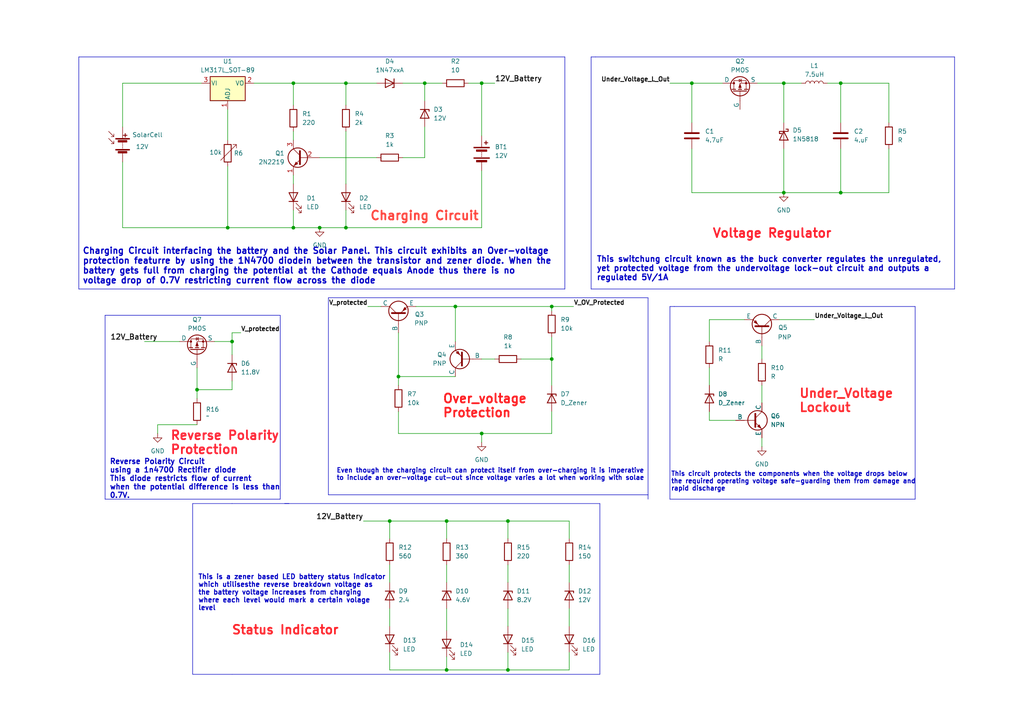
<source format=kicad_sch>
(kicad_sch
	(version 20231120)
	(generator "eeschema")
	(generator_version "8.0")
	(uuid "743aa666-dd35-4e06-8215-ceea97e52786")
	(paper "A4")
	(title_block
		(title "Power Subsystem")
		(date "2024-05-01")
		(rev "V2.0")
		(company "University of Cape Town")
		(comment 3 "Group 16")
		(comment 4 "Siyabonga Tshili")
	)
	(lib_symbols
		(symbol "Device:Battery"
			(pin_numbers hide)
			(pin_names
				(offset 0) hide)
			(exclude_from_sim no)
			(in_bom yes)
			(on_board yes)
			(property "Reference" "BT"
				(at 2.54 2.54 0)
				(effects
					(font
						(size 1.27 1.27)
					)
					(justify left)
				)
			)
			(property "Value" "Battery"
				(at 2.54 0 0)
				(effects
					(font
						(size 1.27 1.27)
					)
					(justify left)
				)
			)
			(property "Footprint" ""
				(at 0 1.524 90)
				(effects
					(font
						(size 1.27 1.27)
					)
					(hide yes)
				)
			)
			(property "Datasheet" "~"
				(at 0 1.524 90)
				(effects
					(font
						(size 1.27 1.27)
					)
					(hide yes)
				)
			)
			(property "Description" "Multiple-cell battery"
				(at 0 0 0)
				(effects
					(font
						(size 1.27 1.27)
					)
					(hide yes)
				)
			)
			(property "ki_keywords" "batt voltage-source cell"
				(at 0 0 0)
				(effects
					(font
						(size 1.27 1.27)
					)
					(hide yes)
				)
			)
			(symbol "Battery_0_1"
				(rectangle
					(start -2.286 -1.27)
					(end 2.286 -1.524)
					(stroke
						(width 0)
						(type default)
					)
					(fill
						(type outline)
					)
				)
				(rectangle
					(start -2.286 1.778)
					(end 2.286 1.524)
					(stroke
						(width 0)
						(type default)
					)
					(fill
						(type outline)
					)
				)
				(rectangle
					(start -1.524 -2.032)
					(end 1.524 -2.54)
					(stroke
						(width 0)
						(type default)
					)
					(fill
						(type outline)
					)
				)
				(rectangle
					(start -1.524 1.016)
					(end 1.524 0.508)
					(stroke
						(width 0)
						(type default)
					)
					(fill
						(type outline)
					)
				)
				(polyline
					(pts
						(xy 0 -1.016) (xy 0 -0.762)
					)
					(stroke
						(width 0)
						(type default)
					)
					(fill
						(type none)
					)
				)
				(polyline
					(pts
						(xy 0 -0.508) (xy 0 -0.254)
					)
					(stroke
						(width 0)
						(type default)
					)
					(fill
						(type none)
					)
				)
				(polyline
					(pts
						(xy 0 0) (xy 0 0.254)
					)
					(stroke
						(width 0)
						(type default)
					)
					(fill
						(type none)
					)
				)
				(polyline
					(pts
						(xy 0 1.778) (xy 0 2.54)
					)
					(stroke
						(width 0)
						(type default)
					)
					(fill
						(type none)
					)
				)
				(polyline
					(pts
						(xy 0.762 3.048) (xy 1.778 3.048)
					)
					(stroke
						(width 0.254)
						(type default)
					)
					(fill
						(type none)
					)
				)
				(polyline
					(pts
						(xy 1.27 3.556) (xy 1.27 2.54)
					)
					(stroke
						(width 0.254)
						(type default)
					)
					(fill
						(type none)
					)
				)
			)
			(symbol "Battery_1_1"
				(pin passive line
					(at 0 5.08 270)
					(length 2.54)
					(name "+"
						(effects
							(font
								(size 1.27 1.27)
							)
						)
					)
					(number "1"
						(effects
							(font
								(size 1.27 1.27)
							)
						)
					)
				)
				(pin passive line
					(at 0 -5.08 90)
					(length 2.54)
					(name "-"
						(effects
							(font
								(size 1.27 1.27)
							)
						)
					)
					(number "2"
						(effects
							(font
								(size 1.27 1.27)
							)
						)
					)
				)
			)
		)
		(symbol "Device:C"
			(pin_numbers hide)
			(pin_names
				(offset 0.254)
			)
			(exclude_from_sim no)
			(in_bom yes)
			(on_board yes)
			(property "Reference" "C"
				(at 0.635 2.54 0)
				(effects
					(font
						(size 1.27 1.27)
					)
					(justify left)
				)
			)
			(property "Value" "C"
				(at 0.635 -2.54 0)
				(effects
					(font
						(size 1.27 1.27)
					)
					(justify left)
				)
			)
			(property "Footprint" ""
				(at 0.9652 -3.81 0)
				(effects
					(font
						(size 1.27 1.27)
					)
					(hide yes)
				)
			)
			(property "Datasheet" "~"
				(at 0 0 0)
				(effects
					(font
						(size 1.27 1.27)
					)
					(hide yes)
				)
			)
			(property "Description" "Unpolarized capacitor"
				(at 0 0 0)
				(effects
					(font
						(size 1.27 1.27)
					)
					(hide yes)
				)
			)
			(property "ki_keywords" "cap capacitor"
				(at 0 0 0)
				(effects
					(font
						(size 1.27 1.27)
					)
					(hide yes)
				)
			)
			(property "ki_fp_filters" "C_*"
				(at 0 0 0)
				(effects
					(font
						(size 1.27 1.27)
					)
					(hide yes)
				)
			)
			(symbol "C_0_1"
				(polyline
					(pts
						(xy -2.032 -0.762) (xy 2.032 -0.762)
					)
					(stroke
						(width 0.508)
						(type default)
					)
					(fill
						(type none)
					)
				)
				(polyline
					(pts
						(xy -2.032 0.762) (xy 2.032 0.762)
					)
					(stroke
						(width 0.508)
						(type default)
					)
					(fill
						(type none)
					)
				)
			)
			(symbol "C_1_1"
				(pin passive line
					(at 0 3.81 270)
					(length 2.794)
					(name "~"
						(effects
							(font
								(size 1.27 1.27)
							)
						)
					)
					(number "1"
						(effects
							(font
								(size 1.27 1.27)
							)
						)
					)
				)
				(pin passive line
					(at 0 -3.81 90)
					(length 2.794)
					(name "~"
						(effects
							(font
								(size 1.27 1.27)
							)
						)
					)
					(number "2"
						(effects
							(font
								(size 1.27 1.27)
							)
						)
					)
				)
			)
		)
		(symbol "Device:D_Zener"
			(pin_numbers hide)
			(pin_names
				(offset 1.016) hide)
			(exclude_from_sim no)
			(in_bom yes)
			(on_board yes)
			(property "Reference" "D"
				(at 0 2.54 0)
				(effects
					(font
						(size 1.27 1.27)
					)
				)
			)
			(property "Value" "D_Zener"
				(at 0 -2.54 0)
				(effects
					(font
						(size 1.27 1.27)
					)
				)
			)
			(property "Footprint" ""
				(at 0 0 0)
				(effects
					(font
						(size 1.27 1.27)
					)
					(hide yes)
				)
			)
			(property "Datasheet" "~"
				(at 0 0 0)
				(effects
					(font
						(size 1.27 1.27)
					)
					(hide yes)
				)
			)
			(property "Description" "Zener diode"
				(at 0 0 0)
				(effects
					(font
						(size 1.27 1.27)
					)
					(hide yes)
				)
			)
			(property "ki_keywords" "diode"
				(at 0 0 0)
				(effects
					(font
						(size 1.27 1.27)
					)
					(hide yes)
				)
			)
			(property "ki_fp_filters" "TO-???* *_Diode_* *SingleDiode* D_*"
				(at 0 0 0)
				(effects
					(font
						(size 1.27 1.27)
					)
					(hide yes)
				)
			)
			(symbol "D_Zener_0_1"
				(polyline
					(pts
						(xy 1.27 0) (xy -1.27 0)
					)
					(stroke
						(width 0)
						(type default)
					)
					(fill
						(type none)
					)
				)
				(polyline
					(pts
						(xy -1.27 -1.27) (xy -1.27 1.27) (xy -0.762 1.27)
					)
					(stroke
						(width 0.254)
						(type default)
					)
					(fill
						(type none)
					)
				)
				(polyline
					(pts
						(xy 1.27 -1.27) (xy 1.27 1.27) (xy -1.27 0) (xy 1.27 -1.27)
					)
					(stroke
						(width 0.254)
						(type default)
					)
					(fill
						(type none)
					)
				)
			)
			(symbol "D_Zener_1_1"
				(pin passive line
					(at -3.81 0 0)
					(length 2.54)
					(name "K"
						(effects
							(font
								(size 1.27 1.27)
							)
						)
					)
					(number "1"
						(effects
							(font
								(size 1.27 1.27)
							)
						)
					)
				)
				(pin passive line
					(at 3.81 0 180)
					(length 2.54)
					(name "A"
						(effects
							(font
								(size 1.27 1.27)
							)
						)
					)
					(number "2"
						(effects
							(font
								(size 1.27 1.27)
							)
						)
					)
				)
			)
		)
		(symbol "Device:L"
			(pin_numbers hide)
			(pin_names
				(offset 1.016) hide)
			(exclude_from_sim no)
			(in_bom yes)
			(on_board yes)
			(property "Reference" "L"
				(at -1.27 0 90)
				(effects
					(font
						(size 1.27 1.27)
					)
				)
			)
			(property "Value" "L"
				(at 1.905 0 90)
				(effects
					(font
						(size 1.27 1.27)
					)
				)
			)
			(property "Footprint" ""
				(at 0 0 0)
				(effects
					(font
						(size 1.27 1.27)
					)
					(hide yes)
				)
			)
			(property "Datasheet" "~"
				(at 0 0 0)
				(effects
					(font
						(size 1.27 1.27)
					)
					(hide yes)
				)
			)
			(property "Description" "Inductor"
				(at 0 0 0)
				(effects
					(font
						(size 1.27 1.27)
					)
					(hide yes)
				)
			)
			(property "ki_keywords" "inductor choke coil reactor magnetic"
				(at 0 0 0)
				(effects
					(font
						(size 1.27 1.27)
					)
					(hide yes)
				)
			)
			(property "ki_fp_filters" "Choke_* *Coil* Inductor_* L_*"
				(at 0 0 0)
				(effects
					(font
						(size 1.27 1.27)
					)
					(hide yes)
				)
			)
			(symbol "L_0_1"
				(arc
					(start 0 -2.54)
					(mid 0.6323 -1.905)
					(end 0 -1.27)
					(stroke
						(width 0)
						(type default)
					)
					(fill
						(type none)
					)
				)
				(arc
					(start 0 -1.27)
					(mid 0.6323 -0.635)
					(end 0 0)
					(stroke
						(width 0)
						(type default)
					)
					(fill
						(type none)
					)
				)
				(arc
					(start 0 0)
					(mid 0.6323 0.635)
					(end 0 1.27)
					(stroke
						(width 0)
						(type default)
					)
					(fill
						(type none)
					)
				)
				(arc
					(start 0 1.27)
					(mid 0.6323 1.905)
					(end 0 2.54)
					(stroke
						(width 0)
						(type default)
					)
					(fill
						(type none)
					)
				)
			)
			(symbol "L_1_1"
				(pin passive line
					(at 0 3.81 270)
					(length 1.27)
					(name "1"
						(effects
							(font
								(size 1.27 1.27)
							)
						)
					)
					(number "1"
						(effects
							(font
								(size 1.27 1.27)
							)
						)
					)
				)
				(pin passive line
					(at 0 -3.81 90)
					(length 1.27)
					(name "2"
						(effects
							(font
								(size 1.27 1.27)
							)
						)
					)
					(number "2"
						(effects
							(font
								(size 1.27 1.27)
							)
						)
					)
				)
			)
		)
		(symbol "Device:LED"
			(pin_numbers hide)
			(pin_names
				(offset 1.016) hide)
			(exclude_from_sim no)
			(in_bom yes)
			(on_board yes)
			(property "Reference" "D"
				(at 0 2.54 0)
				(effects
					(font
						(size 1.27 1.27)
					)
				)
			)
			(property "Value" "LED"
				(at 0 -2.54 0)
				(effects
					(font
						(size 1.27 1.27)
					)
				)
			)
			(property "Footprint" ""
				(at 0 0 0)
				(effects
					(font
						(size 1.27 1.27)
					)
					(hide yes)
				)
			)
			(property "Datasheet" "~"
				(at 0 0 0)
				(effects
					(font
						(size 1.27 1.27)
					)
					(hide yes)
				)
			)
			(property "Description" "Light emitting diode"
				(at 0 0 0)
				(effects
					(font
						(size 1.27 1.27)
					)
					(hide yes)
				)
			)
			(property "ki_keywords" "LED diode"
				(at 0 0 0)
				(effects
					(font
						(size 1.27 1.27)
					)
					(hide yes)
				)
			)
			(property "ki_fp_filters" "LED* LED_SMD:* LED_THT:*"
				(at 0 0 0)
				(effects
					(font
						(size 1.27 1.27)
					)
					(hide yes)
				)
			)
			(symbol "LED_0_1"
				(polyline
					(pts
						(xy -1.27 -1.27) (xy -1.27 1.27)
					)
					(stroke
						(width 0.254)
						(type default)
					)
					(fill
						(type none)
					)
				)
				(polyline
					(pts
						(xy -1.27 0) (xy 1.27 0)
					)
					(stroke
						(width 0)
						(type default)
					)
					(fill
						(type none)
					)
				)
				(polyline
					(pts
						(xy 1.27 -1.27) (xy 1.27 1.27) (xy -1.27 0) (xy 1.27 -1.27)
					)
					(stroke
						(width 0.254)
						(type default)
					)
					(fill
						(type none)
					)
				)
				(polyline
					(pts
						(xy -3.048 -0.762) (xy -4.572 -2.286) (xy -3.81 -2.286) (xy -4.572 -2.286) (xy -4.572 -1.524)
					)
					(stroke
						(width 0)
						(type default)
					)
					(fill
						(type none)
					)
				)
				(polyline
					(pts
						(xy -1.778 -0.762) (xy -3.302 -2.286) (xy -2.54 -2.286) (xy -3.302 -2.286) (xy -3.302 -1.524)
					)
					(stroke
						(width 0)
						(type default)
					)
					(fill
						(type none)
					)
				)
			)
			(symbol "LED_1_1"
				(pin passive line
					(at -3.81 0 0)
					(length 2.54)
					(name "K"
						(effects
							(font
								(size 1.27 1.27)
							)
						)
					)
					(number "1"
						(effects
							(font
								(size 1.27 1.27)
							)
						)
					)
				)
				(pin passive line
					(at 3.81 0 180)
					(length 2.54)
					(name "A"
						(effects
							(font
								(size 1.27 1.27)
							)
						)
					)
					(number "2"
						(effects
							(font
								(size 1.27 1.27)
							)
						)
					)
				)
			)
		)
		(symbol "Device:R"
			(pin_numbers hide)
			(pin_names
				(offset 0)
			)
			(exclude_from_sim no)
			(in_bom yes)
			(on_board yes)
			(property "Reference" "R"
				(at 2.032 0 90)
				(effects
					(font
						(size 1.27 1.27)
					)
				)
			)
			(property "Value" "R"
				(at 0 0 90)
				(effects
					(font
						(size 1.27 1.27)
					)
				)
			)
			(property "Footprint" ""
				(at -1.778 0 90)
				(effects
					(font
						(size 1.27 1.27)
					)
					(hide yes)
				)
			)
			(property "Datasheet" "~"
				(at 0 0 0)
				(effects
					(font
						(size 1.27 1.27)
					)
					(hide yes)
				)
			)
			(property "Description" "Resistor"
				(at 0 0 0)
				(effects
					(font
						(size 1.27 1.27)
					)
					(hide yes)
				)
			)
			(property "ki_keywords" "R res resistor"
				(at 0 0 0)
				(effects
					(font
						(size 1.27 1.27)
					)
					(hide yes)
				)
			)
			(property "ki_fp_filters" "R_*"
				(at 0 0 0)
				(effects
					(font
						(size 1.27 1.27)
					)
					(hide yes)
				)
			)
			(symbol "R_0_1"
				(rectangle
					(start -1.016 -2.54)
					(end 1.016 2.54)
					(stroke
						(width 0.254)
						(type default)
					)
					(fill
						(type none)
					)
				)
			)
			(symbol "R_1_1"
				(pin passive line
					(at 0 3.81 270)
					(length 1.27)
					(name "~"
						(effects
							(font
								(size 1.27 1.27)
							)
						)
					)
					(number "1"
						(effects
							(font
								(size 1.27 1.27)
							)
						)
					)
				)
				(pin passive line
					(at 0 -3.81 90)
					(length 1.27)
					(name "~"
						(effects
							(font
								(size 1.27 1.27)
							)
						)
					)
					(number "2"
						(effects
							(font
								(size 1.27 1.27)
							)
						)
					)
				)
			)
		)
		(symbol "Device:R_Variable"
			(pin_numbers hide)
			(pin_names
				(offset 0)
			)
			(exclude_from_sim no)
			(in_bom yes)
			(on_board yes)
			(property "Reference" "R"
				(at 2.54 -2.54 90)
				(effects
					(font
						(size 1.27 1.27)
					)
					(justify left)
				)
			)
			(property "Value" "R_Variable"
				(at -2.54 -1.27 90)
				(effects
					(font
						(size 1.27 1.27)
					)
					(justify left)
				)
			)
			(property "Footprint" ""
				(at -1.778 0 90)
				(effects
					(font
						(size 1.27 1.27)
					)
					(hide yes)
				)
			)
			(property "Datasheet" "~"
				(at 0 0 0)
				(effects
					(font
						(size 1.27 1.27)
					)
					(hide yes)
				)
			)
			(property "Description" "Variable resistor"
				(at 0 0 0)
				(effects
					(font
						(size 1.27 1.27)
					)
					(hide yes)
				)
			)
			(property "ki_keywords" "R res resistor variable potentiometer rheostat"
				(at 0 0 0)
				(effects
					(font
						(size 1.27 1.27)
					)
					(hide yes)
				)
			)
			(property "ki_fp_filters" "R_*"
				(at 0 0 0)
				(effects
					(font
						(size 1.27 1.27)
					)
					(hide yes)
				)
			)
			(symbol "R_Variable_0_1"
				(rectangle
					(start -1.016 -2.54)
					(end 1.016 2.54)
					(stroke
						(width 0.254)
						(type default)
					)
					(fill
						(type none)
					)
				)
				(polyline
					(pts
						(xy 2.54 1.524) (xy 2.54 2.54) (xy 1.524 2.54) (xy 2.54 2.54) (xy -2.032 -2.032)
					)
					(stroke
						(width 0)
						(type default)
					)
					(fill
						(type none)
					)
				)
			)
			(symbol "R_Variable_1_1"
				(pin passive line
					(at 0 3.81 270)
					(length 1.27)
					(name "~"
						(effects
							(font
								(size 1.27 1.27)
							)
						)
					)
					(number "1"
						(effects
							(font
								(size 1.27 1.27)
							)
						)
					)
				)
				(pin passive line
					(at 0 -3.81 90)
					(length 1.27)
					(name "~"
						(effects
							(font
								(size 1.27 1.27)
							)
						)
					)
					(number "2"
						(effects
							(font
								(size 1.27 1.27)
							)
						)
					)
				)
			)
		)
		(symbol "Device:Solar_Cells"
			(pin_numbers hide)
			(pin_names
				(offset 0) hide)
			(exclude_from_sim no)
			(in_bom yes)
			(on_board yes)
			(property "Reference" "SC"
				(at 2.54 2.54 0)
				(effects
					(font
						(size 1.27 1.27)
					)
					(justify left)
				)
			)
			(property "Value" "Solar_Cells"
				(at 2.54 0 0)
				(effects
					(font
						(size 1.27 1.27)
					)
					(justify left)
				)
			)
			(property "Footprint" ""
				(at 0 1.524 90)
				(effects
					(font
						(size 1.27 1.27)
					)
					(hide yes)
				)
			)
			(property "Datasheet" "~"
				(at 0 1.524 90)
				(effects
					(font
						(size 1.27 1.27)
					)
					(hide yes)
				)
			)
			(property "Description" "Multiple solar cells"
				(at 0 0 0)
				(effects
					(font
						(size 1.27 1.27)
					)
					(hide yes)
				)
			)
			(property "ki_keywords" "solar cell"
				(at 0 0 0)
				(effects
					(font
						(size 1.27 1.27)
					)
					(hide yes)
				)
			)
			(symbol "Solar_Cells_0_1"
				(rectangle
					(start -2.032 -1.397)
					(end 2.032 -1.651)
					(stroke
						(width 0)
						(type default)
					)
					(fill
						(type outline)
					)
				)
				(rectangle
					(start -2.032 1.778)
					(end 2.032 1.524)
					(stroke
						(width 0)
						(type default)
					)
					(fill
						(type outline)
					)
				)
				(rectangle
					(start -1.3208 -1.9812)
					(end 1.27 -2.4892)
					(stroke
						(width 0)
						(type default)
					)
					(fill
						(type outline)
					)
				)
				(rectangle
					(start -1.3208 1.1938)
					(end 1.27 0.6858)
					(stroke
						(width 0)
						(type default)
					)
					(fill
						(type outline)
					)
				)
				(polyline
					(pts
						(xy -2.54 0.254) (xy -4.064 1.778)
					)
					(stroke
						(width 0)
						(type default)
					)
					(fill
						(type none)
					)
				)
				(polyline
					(pts
						(xy -2.54 2.286) (xy -4.064 3.81)
					)
					(stroke
						(width 0)
						(type default)
					)
					(fill
						(type none)
					)
				)
				(polyline
					(pts
						(xy 0 -1.524) (xy 0 -1.27)
					)
					(stroke
						(width 0)
						(type default)
					)
					(fill
						(type none)
					)
				)
				(polyline
					(pts
						(xy 0 -1.016) (xy 0 -0.762)
					)
					(stroke
						(width 0)
						(type default)
					)
					(fill
						(type none)
					)
				)
				(polyline
					(pts
						(xy 0 -0.508) (xy 0 -0.254)
					)
					(stroke
						(width 0)
						(type default)
					)
					(fill
						(type none)
					)
				)
				(polyline
					(pts
						(xy 0 0) (xy 0 0.254)
					)
					(stroke
						(width 0)
						(type default)
					)
					(fill
						(type none)
					)
				)
				(polyline
					(pts
						(xy 0 0.508) (xy 0 0.762)
					)
					(stroke
						(width 0)
						(type default)
					)
					(fill
						(type none)
					)
				)
				(polyline
					(pts
						(xy 0 1.778) (xy 0 2.54)
					)
					(stroke
						(width 0)
						(type default)
					)
					(fill
						(type none)
					)
				)
				(polyline
					(pts
						(xy 0.254 2.667) (xy 1.27 2.667)
					)
					(stroke
						(width 0.254)
						(type default)
					)
					(fill
						(type none)
					)
				)
				(polyline
					(pts
						(xy 0.762 3.175) (xy 0.762 2.159)
					)
					(stroke
						(width 0.254)
						(type default)
					)
					(fill
						(type none)
					)
				)
				(polyline
					(pts
						(xy -2.54 1.016) (xy -2.54 0.254) (xy -3.302 0.254)
					)
					(stroke
						(width 0)
						(type default)
					)
					(fill
						(type none)
					)
				)
				(polyline
					(pts
						(xy -2.54 3.048) (xy -2.54 2.286) (xy -3.302 2.286)
					)
					(stroke
						(width 0)
						(type default)
					)
					(fill
						(type none)
					)
				)
			)
			(symbol "Solar_Cells_1_1"
				(pin passive line
					(at 0 5.08 270)
					(length 2.54)
					(name "+"
						(effects
							(font
								(size 1.27 1.27)
							)
						)
					)
					(number "1"
						(effects
							(font
								(size 1.27 1.27)
							)
						)
					)
				)
				(pin passive line
					(at 0 -5.08 90)
					(length 2.54)
					(name "-"
						(effects
							(font
								(size 1.27 1.27)
							)
						)
					)
					(number "2"
						(effects
							(font
								(size 1.27 1.27)
							)
						)
					)
				)
			)
		)
		(symbol "Diode:1N47xxA"
			(pin_numbers hide)
			(pin_names hide)
			(exclude_from_sim no)
			(in_bom yes)
			(on_board yes)
			(property "Reference" "D"
				(at 0 2.54 0)
				(effects
					(font
						(size 1.27 1.27)
					)
				)
			)
			(property "Value" "1N47xxA"
				(at 0 -2.54 0)
				(effects
					(font
						(size 1.27 1.27)
					)
				)
			)
			(property "Footprint" "Diode_THT:D_DO-41_SOD81_P10.16mm_Horizontal"
				(at 0 -4.445 0)
				(effects
					(font
						(size 1.27 1.27)
					)
					(hide yes)
				)
			)
			(property "Datasheet" "https://www.vishay.com/docs/85816/1n4728a.pdf"
				(at 0 0 0)
				(effects
					(font
						(size 1.27 1.27)
					)
					(hide yes)
				)
			)
			(property "Description" "1300mW Silicon planar power Zener diodes, DO-41"
				(at 0 0 0)
				(effects
					(font
						(size 1.27 1.27)
					)
					(hide yes)
				)
			)
			(property "ki_keywords" "zener diode"
				(at 0 0 0)
				(effects
					(font
						(size 1.27 1.27)
					)
					(hide yes)
				)
			)
			(property "ki_fp_filters" "D*DO?41*"
				(at 0 0 0)
				(effects
					(font
						(size 1.27 1.27)
					)
					(hide yes)
				)
			)
			(symbol "1N47xxA_0_1"
				(polyline
					(pts
						(xy 1.27 0) (xy -1.27 0)
					)
					(stroke
						(width 0)
						(type default)
					)
					(fill
						(type none)
					)
				)
				(polyline
					(pts
						(xy -1.27 -1.27) (xy -1.27 1.27) (xy -0.762 1.27)
					)
					(stroke
						(width 0.254)
						(type default)
					)
					(fill
						(type none)
					)
				)
				(polyline
					(pts
						(xy 1.27 -1.27) (xy 1.27 1.27) (xy -1.27 0) (xy 1.27 -1.27)
					)
					(stroke
						(width 0.254)
						(type default)
					)
					(fill
						(type none)
					)
				)
			)
			(symbol "1N47xxA_1_1"
				(pin passive line
					(at -3.81 0 0)
					(length 2.54)
					(name "K"
						(effects
							(font
								(size 1.27 1.27)
							)
						)
					)
					(number "1"
						(effects
							(font
								(size 1.27 1.27)
							)
						)
					)
				)
				(pin passive line
					(at 3.81 0 180)
					(length 2.54)
					(name "A"
						(effects
							(font
								(size 1.27 1.27)
							)
						)
					)
					(number "2"
						(effects
							(font
								(size 1.27 1.27)
							)
						)
					)
				)
			)
		)
		(symbol "Diode:1N5818"
			(pin_numbers hide)
			(pin_names
				(offset 1.016) hide)
			(exclude_from_sim no)
			(in_bom yes)
			(on_board yes)
			(property "Reference" "D"
				(at 0 2.54 0)
				(effects
					(font
						(size 1.27 1.27)
					)
				)
			)
			(property "Value" "1N5818"
				(at 0 -2.54 0)
				(effects
					(font
						(size 1.27 1.27)
					)
				)
			)
			(property "Footprint" "Diode_THT:D_DO-41_SOD81_P10.16mm_Horizontal"
				(at 0 -4.445 0)
				(effects
					(font
						(size 1.27 1.27)
					)
					(hide yes)
				)
			)
			(property "Datasheet" "http://www.vishay.com/docs/88525/1n5817.pdf"
				(at 0 0 0)
				(effects
					(font
						(size 1.27 1.27)
					)
					(hide yes)
				)
			)
			(property "Description" "30V 1A Schottky Barrier Rectifier Diode, DO-41"
				(at 0 0 0)
				(effects
					(font
						(size 1.27 1.27)
					)
					(hide yes)
				)
			)
			(property "ki_keywords" "diode Schottky"
				(at 0 0 0)
				(effects
					(font
						(size 1.27 1.27)
					)
					(hide yes)
				)
			)
			(property "ki_fp_filters" "D*DO?41*"
				(at 0 0 0)
				(effects
					(font
						(size 1.27 1.27)
					)
					(hide yes)
				)
			)
			(symbol "1N5818_0_1"
				(polyline
					(pts
						(xy 1.27 0) (xy -1.27 0)
					)
					(stroke
						(width 0)
						(type default)
					)
					(fill
						(type none)
					)
				)
				(polyline
					(pts
						(xy 1.27 1.27) (xy 1.27 -1.27) (xy -1.27 0) (xy 1.27 1.27)
					)
					(stroke
						(width 0.254)
						(type default)
					)
					(fill
						(type none)
					)
				)
				(polyline
					(pts
						(xy -1.905 0.635) (xy -1.905 1.27) (xy -1.27 1.27) (xy -1.27 -1.27) (xy -0.635 -1.27) (xy -0.635 -0.635)
					)
					(stroke
						(width 0.254)
						(type default)
					)
					(fill
						(type none)
					)
				)
			)
			(symbol "1N5818_1_1"
				(pin passive line
					(at -3.81 0 0)
					(length 2.54)
					(name "K"
						(effects
							(font
								(size 1.27 1.27)
							)
						)
					)
					(number "1"
						(effects
							(font
								(size 1.27 1.27)
							)
						)
					)
				)
				(pin passive line
					(at 3.81 0 180)
					(length 2.54)
					(name "A"
						(effects
							(font
								(size 1.27 1.27)
							)
						)
					)
					(number "2"
						(effects
							(font
								(size 1.27 1.27)
							)
						)
					)
				)
			)
		)
		(symbol "Regulator_Linear:LM317L_SOT-89"
			(pin_names
				(offset 0.254)
			)
			(exclude_from_sim no)
			(in_bom yes)
			(on_board yes)
			(property "Reference" "U"
				(at -3.81 3.175 0)
				(effects
					(font
						(size 1.27 1.27)
					)
				)
			)
			(property "Value" "LM317L_SOT-89"
				(at 0 3.175 0)
				(effects
					(font
						(size 1.27 1.27)
					)
					(justify left)
				)
			)
			(property "Footprint" "Package_TO_SOT_SMD:SOT-89-3"
				(at 0 6.35 0)
				(effects
					(font
						(size 1.27 1.27)
						(italic yes)
					)
					(hide yes)
				)
			)
			(property "Datasheet" "http://www.ti.com/lit/ds/symlink/lm317l.pdf"
				(at 0 0 0)
				(effects
					(font
						(size 1.27 1.27)
					)
					(hide yes)
				)
			)
			(property "Description" "100mA 35V Adjustable Linear Regulator, SOT-89"
				(at 0 0 0)
				(effects
					(font
						(size 1.27 1.27)
					)
					(hide yes)
				)
			)
			(property "ki_keywords" "Adjustable Voltage Regulator 1A Positive"
				(at 0 0 0)
				(effects
					(font
						(size 1.27 1.27)
					)
					(hide yes)
				)
			)
			(property "ki_fp_filters" "SOT?89*"
				(at 0 0 0)
				(effects
					(font
						(size 1.27 1.27)
					)
					(hide yes)
				)
			)
			(symbol "LM317L_SOT-89_0_1"
				(rectangle
					(start -5.08 1.905)
					(end 5.08 -5.08)
					(stroke
						(width 0.254)
						(type default)
					)
					(fill
						(type background)
					)
				)
			)
			(symbol "LM317L_SOT-89_1_1"
				(pin input line
					(at 0 -7.62 90)
					(length 2.54)
					(name "ADJ"
						(effects
							(font
								(size 1.27 1.27)
							)
						)
					)
					(number "1"
						(effects
							(font
								(size 1.27 1.27)
							)
						)
					)
				)
				(pin power_out line
					(at 7.62 0 180)
					(length 2.54)
					(name "VO"
						(effects
							(font
								(size 1.27 1.27)
							)
						)
					)
					(number "2"
						(effects
							(font
								(size 1.27 1.27)
							)
						)
					)
				)
				(pin power_in line
					(at -7.62 0 0)
					(length 2.54)
					(name "VI"
						(effects
							(font
								(size 1.27 1.27)
							)
						)
					)
					(number "3"
						(effects
							(font
								(size 1.27 1.27)
							)
						)
					)
				)
			)
		)
		(symbol "Simulation_SPICE:NPN"
			(pin_numbers hide)
			(pin_names
				(offset 0)
			)
			(exclude_from_sim no)
			(in_bom yes)
			(on_board yes)
			(property "Reference" "Q"
				(at -2.54 7.62 0)
				(effects
					(font
						(size 1.27 1.27)
					)
				)
			)
			(property "Value" "NPN"
				(at -2.54 5.08 0)
				(effects
					(font
						(size 1.27 1.27)
					)
				)
			)
			(property "Footprint" ""
				(at 63.5 0 0)
				(effects
					(font
						(size 1.27 1.27)
					)
					(hide yes)
				)
			)
			(property "Datasheet" "https://ngspice.sourceforge.io/docs/ngspice-html-manual/manual.xhtml#cha_BJTs"
				(at 63.5 0 0)
				(effects
					(font
						(size 1.27 1.27)
					)
					(hide yes)
				)
			)
			(property "Description" "Bipolar transistor symbol for simulation only, substrate tied to the emitter"
				(at 0 0 0)
				(effects
					(font
						(size 1.27 1.27)
					)
					(hide yes)
				)
			)
			(property "Sim.Device" "NPN"
				(at 0 0 0)
				(effects
					(font
						(size 1.27 1.27)
					)
					(hide yes)
				)
			)
			(property "Sim.Type" "GUMMELPOON"
				(at 0 0 0)
				(effects
					(font
						(size 1.27 1.27)
					)
					(hide yes)
				)
			)
			(property "Sim.Pins" "1=C 2=B 3=E"
				(at 0 0 0)
				(effects
					(font
						(size 1.27 1.27)
					)
					(hide yes)
				)
			)
			(property "ki_keywords" "simulation"
				(at 0 0 0)
				(effects
					(font
						(size 1.27 1.27)
					)
					(hide yes)
				)
			)
			(symbol "NPN_0_1"
				(polyline
					(pts
						(xy -2.54 0) (xy 0.635 0)
					)
					(stroke
						(width 0.1524)
						(type default)
					)
					(fill
						(type none)
					)
				)
				(polyline
					(pts
						(xy 0.635 0.635) (xy 2.54 2.54)
					)
					(stroke
						(width 0)
						(type default)
					)
					(fill
						(type none)
					)
				)
				(polyline
					(pts
						(xy 2.794 -1.27) (xy 2.794 -1.27)
					)
					(stroke
						(width 0.1524)
						(type default)
					)
					(fill
						(type none)
					)
				)
				(polyline
					(pts
						(xy 2.794 -1.27) (xy 2.794 -1.27)
					)
					(stroke
						(width 0.1524)
						(type default)
					)
					(fill
						(type none)
					)
				)
				(polyline
					(pts
						(xy 0.635 -0.635) (xy 2.54 -2.54) (xy 2.54 -2.54)
					)
					(stroke
						(width 0)
						(type default)
					)
					(fill
						(type none)
					)
				)
				(polyline
					(pts
						(xy 0.635 1.905) (xy 0.635 -1.905) (xy 0.635 -1.905)
					)
					(stroke
						(width 0.508)
						(type default)
					)
					(fill
						(type none)
					)
				)
				(polyline
					(pts
						(xy 1.27 -1.778) (xy 1.778 -1.27) (xy 2.286 -2.286) (xy 1.27 -1.778) (xy 1.27 -1.778)
					)
					(stroke
						(width 0)
						(type default)
					)
					(fill
						(type outline)
					)
				)
				(circle
					(center 1.27 0)
					(radius 2.8194)
					(stroke
						(width 0.254)
						(type default)
					)
					(fill
						(type none)
					)
				)
			)
			(symbol "NPN_1_1"
				(pin open_collector line
					(at 2.54 5.08 270)
					(length 2.54)
					(name "C"
						(effects
							(font
								(size 1.27 1.27)
							)
						)
					)
					(number "1"
						(effects
							(font
								(size 1.27 1.27)
							)
						)
					)
				)
				(pin input line
					(at -5.08 0 0)
					(length 2.54)
					(name "B"
						(effects
							(font
								(size 1.27 1.27)
							)
						)
					)
					(number "2"
						(effects
							(font
								(size 1.27 1.27)
							)
						)
					)
				)
				(pin open_emitter line
					(at 2.54 -5.08 90)
					(length 2.54)
					(name "E"
						(effects
							(font
								(size 1.27 1.27)
							)
						)
					)
					(number "3"
						(effects
							(font
								(size 1.27 1.27)
							)
						)
					)
				)
			)
		)
		(symbol "Simulation_SPICE:PMOS"
			(pin_numbers hide)
			(pin_names
				(offset 0)
			)
			(exclude_from_sim no)
			(in_bom yes)
			(on_board yes)
			(property "Reference" "Q"
				(at 5.08 1.27 0)
				(effects
					(font
						(size 1.27 1.27)
					)
					(justify left)
				)
			)
			(property "Value" "PMOS"
				(at 5.08 -1.27 0)
				(effects
					(font
						(size 1.27 1.27)
					)
					(justify left)
				)
			)
			(property "Footprint" ""
				(at 5.08 2.54 0)
				(effects
					(font
						(size 1.27 1.27)
					)
					(hide yes)
				)
			)
			(property "Datasheet" "https://ngspice.sourceforge.io/docs/ngspice-html-manual/manual.xhtml#cha_MOSFETs"
				(at 0 -12.7 0)
				(effects
					(font
						(size 1.27 1.27)
					)
					(hide yes)
				)
			)
			(property "Description" "P-MOSFET transistor, drain/source/gate"
				(at 0 0 0)
				(effects
					(font
						(size 1.27 1.27)
					)
					(hide yes)
				)
			)
			(property "Sim.Device" "PMOS"
				(at 0 -17.145 0)
				(effects
					(font
						(size 1.27 1.27)
					)
					(hide yes)
				)
			)
			(property "Sim.Type" "VDMOS"
				(at 0 -19.05 0)
				(effects
					(font
						(size 1.27 1.27)
					)
					(hide yes)
				)
			)
			(property "Sim.Pins" "1=D 2=G 3=S"
				(at 0 -15.24 0)
				(effects
					(font
						(size 1.27 1.27)
					)
					(hide yes)
				)
			)
			(property "ki_keywords" "transistor PMOS P-MOS P-MOSFET simulation"
				(at 0 0 0)
				(effects
					(font
						(size 1.27 1.27)
					)
					(hide yes)
				)
			)
			(symbol "PMOS_0_1"
				(polyline
					(pts
						(xy 0.254 0) (xy -2.54 0)
					)
					(stroke
						(width 0)
						(type default)
					)
					(fill
						(type none)
					)
				)
				(polyline
					(pts
						(xy 0.254 1.905) (xy 0.254 -1.905)
					)
					(stroke
						(width 0.254)
						(type default)
					)
					(fill
						(type none)
					)
				)
				(polyline
					(pts
						(xy 0.762 -1.27) (xy 0.762 -2.286)
					)
					(stroke
						(width 0.254)
						(type default)
					)
					(fill
						(type none)
					)
				)
				(polyline
					(pts
						(xy 0.762 0.508) (xy 0.762 -0.508)
					)
					(stroke
						(width 0.254)
						(type default)
					)
					(fill
						(type none)
					)
				)
				(polyline
					(pts
						(xy 0.762 2.286) (xy 0.762 1.27)
					)
					(stroke
						(width 0.254)
						(type default)
					)
					(fill
						(type none)
					)
				)
				(polyline
					(pts
						(xy 2.54 2.54) (xy 2.54 1.778)
					)
					(stroke
						(width 0)
						(type default)
					)
					(fill
						(type none)
					)
				)
				(polyline
					(pts
						(xy 2.54 -2.54) (xy 2.54 0) (xy 0.762 0)
					)
					(stroke
						(width 0)
						(type default)
					)
					(fill
						(type none)
					)
				)
				(polyline
					(pts
						(xy 0.762 1.778) (xy 3.302 1.778) (xy 3.302 -1.778) (xy 0.762 -1.778)
					)
					(stroke
						(width 0)
						(type default)
					)
					(fill
						(type none)
					)
				)
				(polyline
					(pts
						(xy 2.286 0) (xy 1.27 0.381) (xy 1.27 -0.381) (xy 2.286 0)
					)
					(stroke
						(width 0)
						(type default)
					)
					(fill
						(type outline)
					)
				)
				(polyline
					(pts
						(xy 2.794 -0.508) (xy 2.921 -0.381) (xy 3.683 -0.381) (xy 3.81 -0.254)
					)
					(stroke
						(width 0)
						(type default)
					)
					(fill
						(type none)
					)
				)
				(polyline
					(pts
						(xy 3.302 -0.381) (xy 2.921 0.254) (xy 3.683 0.254) (xy 3.302 -0.381)
					)
					(stroke
						(width 0)
						(type default)
					)
					(fill
						(type none)
					)
				)
				(circle
					(center 1.651 0)
					(radius 2.794)
					(stroke
						(width 0.254)
						(type default)
					)
					(fill
						(type none)
					)
				)
				(circle
					(center 2.54 -1.778)
					(radius 0.254)
					(stroke
						(width 0)
						(type default)
					)
					(fill
						(type outline)
					)
				)
				(circle
					(center 2.54 1.778)
					(radius 0.254)
					(stroke
						(width 0)
						(type default)
					)
					(fill
						(type outline)
					)
				)
			)
			(symbol "PMOS_1_1"
				(pin passive line
					(at 2.54 5.08 270)
					(length 2.54)
					(name "D"
						(effects
							(font
								(size 1.27 1.27)
							)
						)
					)
					(number "1"
						(effects
							(font
								(size 1.27 1.27)
							)
						)
					)
				)
				(pin input line
					(at -5.08 0 0)
					(length 2.54)
					(name "G"
						(effects
							(font
								(size 1.27 1.27)
							)
						)
					)
					(number "2"
						(effects
							(font
								(size 1.27 1.27)
							)
						)
					)
				)
				(pin passive line
					(at 2.54 -5.08 90)
					(length 2.54)
					(name "S"
						(effects
							(font
								(size 1.27 1.27)
							)
						)
					)
					(number "3"
						(effects
							(font
								(size 1.27 1.27)
							)
						)
					)
				)
			)
		)
		(symbol "Simulation_SPICE:PNP"
			(pin_numbers hide)
			(pin_names
				(offset 0)
			)
			(exclude_from_sim no)
			(in_bom yes)
			(on_board yes)
			(property "Reference" "Q"
				(at -2.54 7.62 0)
				(effects
					(font
						(size 1.27 1.27)
					)
				)
			)
			(property "Value" "PNP"
				(at -2.54 5.08 0)
				(effects
					(font
						(size 1.27 1.27)
					)
				)
			)
			(property "Footprint" ""
				(at 35.56 0 0)
				(effects
					(font
						(size 1.27 1.27)
					)
					(hide yes)
				)
			)
			(property "Datasheet" "https://ngspice.sourceforge.io/docs/ngspice-html-manual/manual.xhtml#cha_BJTs"
				(at 35.56 0 0)
				(effects
					(font
						(size 1.27 1.27)
					)
					(hide yes)
				)
			)
			(property "Description" "Bipolar transistor symbol for simulation only, substrate tied to the emitter"
				(at 0 0 0)
				(effects
					(font
						(size 1.27 1.27)
					)
					(hide yes)
				)
			)
			(property "Sim.Device" "PNP"
				(at 0 0 0)
				(effects
					(font
						(size 1.27 1.27)
					)
					(hide yes)
				)
			)
			(property "Sim.Type" "GUMMELPOON"
				(at 0 0 0)
				(effects
					(font
						(size 1.27 1.27)
					)
					(hide yes)
				)
			)
			(property "Sim.Pins" "1=C 2=B 3=E"
				(at 0 0 0)
				(effects
					(font
						(size 1.27 1.27)
					)
					(hide yes)
				)
			)
			(property "ki_keywords" "simulation"
				(at 0 0 0)
				(effects
					(font
						(size 1.27 1.27)
					)
					(hide yes)
				)
			)
			(symbol "PNP_0_1"
				(polyline
					(pts
						(xy -2.54 0) (xy 0.635 0)
					)
					(stroke
						(width 0.1524)
						(type default)
					)
					(fill
						(type none)
					)
				)
				(polyline
					(pts
						(xy 0.635 0.635) (xy 2.54 2.54)
					)
					(stroke
						(width 0)
						(type default)
					)
					(fill
						(type none)
					)
				)
				(polyline
					(pts
						(xy 0.635 -0.635) (xy 2.54 -2.54) (xy 2.54 -2.54)
					)
					(stroke
						(width 0)
						(type default)
					)
					(fill
						(type none)
					)
				)
				(polyline
					(pts
						(xy 0.635 1.905) (xy 0.635 -1.905) (xy 0.635 -1.905)
					)
					(stroke
						(width 0.508)
						(type default)
					)
					(fill
						(type none)
					)
				)
				(polyline
					(pts
						(xy 2.286 -1.778) (xy 1.778 -2.286) (xy 1.27 -1.27) (xy 2.286 -1.778) (xy 2.286 -1.778)
					)
					(stroke
						(width 0)
						(type default)
					)
					(fill
						(type outline)
					)
				)
				(circle
					(center 1.27 0)
					(radius 2.8194)
					(stroke
						(width 0.254)
						(type default)
					)
					(fill
						(type none)
					)
				)
			)
			(symbol "PNP_1_1"
				(pin open_collector line
					(at 2.54 5.08 270)
					(length 2.54)
					(name "C"
						(effects
							(font
								(size 1.27 1.27)
							)
						)
					)
					(number "1"
						(effects
							(font
								(size 1.27 1.27)
							)
						)
					)
				)
				(pin input line
					(at -5.08 0 0)
					(length 2.54)
					(name "B"
						(effects
							(font
								(size 1.27 1.27)
							)
						)
					)
					(number "2"
						(effects
							(font
								(size 1.27 1.27)
							)
						)
					)
				)
				(pin open_emitter line
					(at 2.54 -5.08 90)
					(length 2.54)
					(name "E"
						(effects
							(font
								(size 1.27 1.27)
							)
						)
					)
					(number "3"
						(effects
							(font
								(size 1.27 1.27)
							)
						)
					)
				)
			)
		)
		(symbol "Transistor_BJT:2N2219"
			(pin_names
				(offset 0) hide)
			(exclude_from_sim no)
			(in_bom yes)
			(on_board yes)
			(property "Reference" "Q"
				(at 5.08 1.905 0)
				(effects
					(font
						(size 1.27 1.27)
					)
					(justify left)
				)
			)
			(property "Value" "2N2219"
				(at 5.08 0 0)
				(effects
					(font
						(size 1.27 1.27)
					)
					(justify left)
				)
			)
			(property "Footprint" "Package_TO_SOT_THT:TO-39-3"
				(at 5.08 -1.905 0)
				(effects
					(font
						(size 1.27 1.27)
						(italic yes)
					)
					(justify left)
					(hide yes)
				)
			)
			(property "Datasheet" "http://www.onsemi.com/pub_link/Collateral/2N2219-D.PDF"
				(at 0 0 0)
				(effects
					(font
						(size 1.27 1.27)
					)
					(justify left)
					(hide yes)
				)
			)
			(property "Description" "800mA Ic, 50V Vce, NPN Transistor, TO-39"
				(at 0 0 0)
				(effects
					(font
						(size 1.27 1.27)
					)
					(hide yes)
				)
			)
			(property "ki_keywords" "NPN Transistor"
				(at 0 0 0)
				(effects
					(font
						(size 1.27 1.27)
					)
					(hide yes)
				)
			)
			(property "ki_fp_filters" "TO?39*"
				(at 0 0 0)
				(effects
					(font
						(size 1.27 1.27)
					)
					(hide yes)
				)
			)
			(symbol "2N2219_0_1"
				(polyline
					(pts
						(xy 0.635 0.635) (xy 2.54 2.54)
					)
					(stroke
						(width 0)
						(type default)
					)
					(fill
						(type none)
					)
				)
				(polyline
					(pts
						(xy 0.635 -0.635) (xy 2.54 -2.54) (xy 2.54 -2.54)
					)
					(stroke
						(width 0)
						(type default)
					)
					(fill
						(type none)
					)
				)
				(polyline
					(pts
						(xy 0.635 1.905) (xy 0.635 -1.905) (xy 0.635 -1.905)
					)
					(stroke
						(width 0.508)
						(type default)
					)
					(fill
						(type none)
					)
				)
				(polyline
					(pts
						(xy 1.27 -1.778) (xy 1.778 -1.27) (xy 2.286 -2.286) (xy 1.27 -1.778) (xy 1.27 -1.778)
					)
					(stroke
						(width 0)
						(type default)
					)
					(fill
						(type outline)
					)
				)
				(circle
					(center 1.27 0)
					(radius 2.8194)
					(stroke
						(width 0.254)
						(type default)
					)
					(fill
						(type none)
					)
				)
			)
			(symbol "2N2219_1_1"
				(pin passive line
					(at 2.54 -5.08 90)
					(length 2.54)
					(name "E"
						(effects
							(font
								(size 1.27 1.27)
							)
						)
					)
					(number "1"
						(effects
							(font
								(size 1.27 1.27)
							)
						)
					)
				)
				(pin passive line
					(at -5.08 0 0)
					(length 5.715)
					(name "B"
						(effects
							(font
								(size 1.27 1.27)
							)
						)
					)
					(number "2"
						(effects
							(font
								(size 1.27 1.27)
							)
						)
					)
				)
				(pin passive line
					(at 2.54 5.08 270)
					(length 2.54)
					(name "C"
						(effects
							(font
								(size 1.27 1.27)
							)
						)
					)
					(number "3"
						(effects
							(font
								(size 1.27 1.27)
							)
						)
					)
				)
			)
		)
		(symbol "power:GND"
			(power)
			(pin_numbers hide)
			(pin_names
				(offset 0) hide)
			(exclude_from_sim no)
			(in_bom yes)
			(on_board yes)
			(property "Reference" "#PWR"
				(at 0 -6.35 0)
				(effects
					(font
						(size 1.27 1.27)
					)
					(hide yes)
				)
			)
			(property "Value" "GND"
				(at 0 -3.81 0)
				(effects
					(font
						(size 1.27 1.27)
					)
				)
			)
			(property "Footprint" ""
				(at 0 0 0)
				(effects
					(font
						(size 1.27 1.27)
					)
					(hide yes)
				)
			)
			(property "Datasheet" ""
				(at 0 0 0)
				(effects
					(font
						(size 1.27 1.27)
					)
					(hide yes)
				)
			)
			(property "Description" "Power symbol creates a global label with name \"GND\" , ground"
				(at 0 0 0)
				(effects
					(font
						(size 1.27 1.27)
					)
					(hide yes)
				)
			)
			(property "ki_keywords" "global power"
				(at 0 0 0)
				(effects
					(font
						(size 1.27 1.27)
					)
					(hide yes)
				)
			)
			(symbol "GND_0_1"
				(polyline
					(pts
						(xy 0 0) (xy 0 -1.27) (xy 1.27 -1.27) (xy 0 -2.54) (xy -1.27 -1.27) (xy 0 -1.27)
					)
					(stroke
						(width 0)
						(type default)
					)
					(fill
						(type none)
					)
				)
			)
			(symbol "GND_1_1"
				(pin power_in line
					(at 0 0 270)
					(length 0)
					(name "~"
						(effects
							(font
								(size 1.27 1.27)
							)
						)
					)
					(number "1"
						(effects
							(font
								(size 1.27 1.27)
							)
						)
					)
				)
			)
		)
	)
	(junction
		(at 85.09 24.13)
		(diameter 0)
		(color 0 0 0 0)
		(uuid "124b43b4-86c9-4629-b464-5f5d82857d40")
	)
	(junction
		(at 115.57 109.22)
		(diameter 0)
		(color 0 0 0 0)
		(uuid "275b5b5e-c2fe-44c5-95d8-ca39ed64f466")
	)
	(junction
		(at 123.19 24.13)
		(diameter 0)
		(color 0 0 0 0)
		(uuid "283e88c0-59f7-410f-a88e-4161889b7f51")
	)
	(junction
		(at 139.7 24.13)
		(diameter 0)
		(color 0 0 0 0)
		(uuid "2f531630-1bc0-40a5-ad17-70561bf7c29d")
	)
	(junction
		(at 100.33 66.04)
		(diameter 0)
		(color 0 0 0 0)
		(uuid "3bc6cb5c-cf9d-4b1b-9533-2d6b38cfbbbf")
	)
	(junction
		(at 66.04 66.04)
		(diameter 0)
		(color 0 0 0 0)
		(uuid "4208d29f-1f3a-4905-b9a4-477dea9a2427")
	)
	(junction
		(at 67.31 99.06)
		(diameter 0)
		(color 0 0 0 0)
		(uuid "4e0bad7b-c22a-4e4a-8ee3-15fe4092108b")
	)
	(junction
		(at 227.33 55.88)
		(diameter 0)
		(color 0 0 0 0)
		(uuid "55441f95-dcee-4319-b307-e693177d09a6")
	)
	(junction
		(at 243.84 24.13)
		(diameter 0)
		(color 0 0 0 0)
		(uuid "5f99bcfb-d87a-482b-a4f1-2874537724b4")
	)
	(junction
		(at 92.71 66.04)
		(diameter 0)
		(color 0 0 0 0)
		(uuid "641f8c2d-5d6a-43f4-b2cd-8dcfe37e9b41")
	)
	(junction
		(at 100.33 24.13)
		(diameter 0)
		(color 0 0 0 0)
		(uuid "6d0d0b39-124d-4faa-b988-78fbdf28a827")
	)
	(junction
		(at 200.66 24.13)
		(diameter 0)
		(color 0 0 0 0)
		(uuid "7aba0399-fd94-4723-90a2-2c2796593e9a")
	)
	(junction
		(at 132.08 88.9)
		(diameter 0)
		(color 0 0 0 0)
		(uuid "7c119ca1-4bcb-4b1f-a133-b55f351c2a55")
	)
	(junction
		(at 243.84 55.88)
		(diameter 0)
		(color 0 0 0 0)
		(uuid "8a0f6a0b-aa53-40ad-baf8-184a48f6d15e")
	)
	(junction
		(at 147.32 194.31)
		(diameter 0)
		(color 0 0 0 0)
		(uuid "a154744a-79e9-418f-a042-b31083c57378")
	)
	(junction
		(at 113.03 151.13)
		(diameter 0)
		(color 0 0 0 0)
		(uuid "b66e3540-da4e-4b11-84a5-45c2edc88097")
	)
	(junction
		(at 85.09 66.04)
		(diameter 0)
		(color 0 0 0 0)
		(uuid "ba92800e-d741-4647-8d2f-00c56689b84f")
	)
	(junction
		(at 147.32 151.13)
		(diameter 0)
		(color 0 0 0 0)
		(uuid "c37f8abd-3f52-4e11-976b-35e84283cdd3")
	)
	(junction
		(at 57.15 113.03)
		(diameter 0)
		(color 0 0 0 0)
		(uuid "c9df4c5b-36b8-4a85-98c9-2b9a7ac571c9")
	)
	(junction
		(at 160.02 88.9)
		(diameter 0)
		(color 0 0 0 0)
		(uuid "dfba13a6-186e-4688-9958-cc126bf3cf6b")
	)
	(junction
		(at 160.02 104.14)
		(diameter 0)
		(color 0 0 0 0)
		(uuid "dfefacb4-d668-4266-b455-ded0c67f7174")
	)
	(junction
		(at 227.33 24.13)
		(diameter 0)
		(color 0 0 0 0)
		(uuid "e0f618c6-bfe3-46ef-ada2-0c53955b36c8")
	)
	(junction
		(at 129.54 194.31)
		(diameter 0)
		(color 0 0 0 0)
		(uuid "fbd15580-e0ea-41bf-adb6-79bd120379bd")
	)
	(junction
		(at 139.7 125.73)
		(diameter 0)
		(color 0 0 0 0)
		(uuid "fc7a926e-20a3-43f7-9fff-e7187b9ff935")
	)
	(junction
		(at 129.54 151.13)
		(diameter 0)
		(color 0 0 0 0)
		(uuid "fca0c996-723a-4c2a-8c97-c91b7a558a8d")
	)
	(wire
		(pts
			(xy 129.54 176.53) (xy 129.54 182.88)
		)
		(stroke
			(width 0)
			(type default)
		)
		(uuid "007073e4-ec61-4fd7-acac-66721d243b7f")
	)
	(polyline
		(pts
			(xy 187.96 86.36) (xy 187.96 144.78)
		)
		(stroke
			(width 0)
			(type default)
		)
		(uuid "06115d99-5e05-4caf-9353-865b24f6761b")
	)
	(polyline
		(pts
			(xy 67.31 146.05) (xy 55.88 146.05)
		)
		(stroke
			(width 0)
			(type default)
		)
		(uuid "087ff9ab-95ad-472c-93eb-f8f55dd55939")
	)
	(wire
		(pts
			(xy 120.65 88.9) (xy 132.08 88.9)
		)
		(stroke
			(width 0)
			(type default)
		)
		(uuid "08a2ed61-40cd-433c-93fe-2763d7d104a0")
	)
	(polyline
		(pts
			(xy 171.45 16.51) (xy 172.72 16.51)
		)
		(stroke
			(width 0)
			(type default)
		)
		(uuid "0bc2ef70-e41b-48d1-a621-96ca377a6776")
	)
	(wire
		(pts
			(xy 57.15 106.68) (xy 57.15 113.03)
		)
		(stroke
			(width 0)
			(type default)
		)
		(uuid "0cb2b76d-44fc-4fcb-aee3-b25fb55ffd24")
	)
	(polyline
		(pts
			(xy 163.83 16.51) (xy 163.83 83.82)
		)
		(stroke
			(width 0)
			(type default)
		)
		(uuid "10ee97f0-06dc-4876-b0c7-df8f05271bdd")
	)
	(wire
		(pts
			(xy 85.09 60.96) (xy 85.09 66.04)
		)
		(stroke
			(width 0)
			(type default)
		)
		(uuid "111f5839-1f70-4242-b32d-e9d3637a57e3")
	)
	(wire
		(pts
			(xy 139.7 49.53) (xy 139.7 66.04)
		)
		(stroke
			(width 0)
			(type default)
		)
		(uuid "1574f46d-712c-4b65-abec-65f2157f5da3")
	)
	(wire
		(pts
			(xy 100.33 24.13) (xy 109.22 24.13)
		)
		(stroke
			(width 0)
			(type default)
		)
		(uuid "15a00099-18fb-4ecb-b012-b41135af70e9")
	)
	(wire
		(pts
			(xy 115.57 109.22) (xy 115.57 111.76)
		)
		(stroke
			(width 0)
			(type default)
		)
		(uuid "16d02ac8-6964-4e7e-900d-feefd0cf914a")
	)
	(wire
		(pts
			(xy 243.84 24.13) (xy 257.81 24.13)
		)
		(stroke
			(width 0)
			(type default)
		)
		(uuid "1c1e51c1-8ecd-4886-9062-f1be3d01f29f")
	)
	(wire
		(pts
			(xy 243.84 24.13) (xy 243.84 35.56)
		)
		(stroke
			(width 0)
			(type default)
		)
		(uuid "1cdb27ad-6948-4f0e-859f-d29a7d16dad8")
	)
	(polyline
		(pts
			(xy 30.48 91.44) (xy 33.02 91.44)
		)
		(stroke
			(width 0)
			(type default)
		)
		(uuid "1d1c687a-265f-4dc1-afa5-388f4a6ffbdb")
	)
	(wire
		(pts
			(xy 113.03 176.53) (xy 113.03 181.61)
		)
		(stroke
			(width 0)
			(type default)
		)
		(uuid "217748b2-33e1-4435-9bd4-2efb1e6789f0")
	)
	(wire
		(pts
			(xy 105.41 151.13) (xy 113.03 151.13)
		)
		(stroke
			(width 0)
			(type default)
		)
		(uuid "22ee62fe-f6eb-450a-8a5b-ae033f5f3e70")
	)
	(wire
		(pts
			(xy 123.19 24.13) (xy 116.84 24.13)
		)
		(stroke
			(width 0)
			(type default)
		)
		(uuid "22ee65f4-41df-4def-a7c1-70f84b12419e")
	)
	(wire
		(pts
			(xy 132.08 99.06) (xy 132.08 88.9)
		)
		(stroke
			(width 0)
			(type default)
		)
		(uuid "23fd1f4e-08aa-493c-b8b0-a51e4efad3a5")
	)
	(wire
		(pts
			(xy 227.33 24.13) (xy 227.33 35.56)
		)
		(stroke
			(width 0)
			(type default)
		)
		(uuid "2621a85f-12d2-4234-bfbe-c03e08542e25")
	)
	(wire
		(pts
			(xy 226.06 92.71) (xy 236.22 92.71)
		)
		(stroke
			(width 0)
			(type default)
		)
		(uuid "2875d822-6eec-4f3c-baa4-77882640fbc5")
	)
	(polyline
		(pts
			(xy 55.88 146.05) (xy 55.88 195.58)
		)
		(stroke
			(width 0)
			(type default)
		)
		(uuid "28fa26d2-813a-4fc5-85fa-db3551cf78d8")
	)
	(wire
		(pts
			(xy 240.03 24.13) (xy 243.84 24.13)
		)
		(stroke
			(width 0)
			(type default)
		)
		(uuid "2a3fe059-9bd4-4814-89ec-da79add32779")
	)
	(wire
		(pts
			(xy 257.81 24.13) (xy 257.81 35.56)
		)
		(stroke
			(width 0)
			(type default)
		)
		(uuid "2a882e00-2cd1-4dd3-a28b-907667e82b91")
	)
	(wire
		(pts
			(xy 243.84 55.88) (xy 257.81 55.88)
		)
		(stroke
			(width 0)
			(type default)
		)
		(uuid "2f7c10c5-06f1-492d-907d-7cfebb65a428")
	)
	(polyline
		(pts
			(xy 81.28 91.44) (xy 81.28 144.78)
		)
		(stroke
			(width 0)
			(type default)
		)
		(uuid "2f890558-79bc-4c54-8e4d-71436fbb1d8e")
	)
	(polyline
		(pts
			(xy 67.31 146.05) (xy 83.82 146.05)
		)
		(stroke
			(width 0)
			(type default)
		)
		(uuid "2f9def60-5f68-4436-a2c4-cd18ca6ab222")
	)
	(wire
		(pts
			(xy 129.54 190.5) (xy 129.54 194.31)
		)
		(stroke
			(width 0)
			(type default)
		)
		(uuid "31eb3ac4-fc5d-41bb-928e-ec271d92c201")
	)
	(wire
		(pts
			(xy 106.68 88.9) (xy 110.49 88.9)
		)
		(stroke
			(width 0)
			(type default)
		)
		(uuid "320e18eb-9426-4109-aff3-a454d8f79102")
	)
	(wire
		(pts
			(xy 35.56 46.99) (xy 35.56 66.04)
		)
		(stroke
			(width 0)
			(type default)
		)
		(uuid "33d02f06-b8b5-4a61-a1dc-d4a9ca5f344a")
	)
	(wire
		(pts
			(xy 85.09 50.8) (xy 85.09 53.34)
		)
		(stroke
			(width 0)
			(type default)
		)
		(uuid "349f599a-166b-45b1-8b6b-1fe1b896573b")
	)
	(wire
		(pts
			(xy 205.74 92.71) (xy 205.74 99.06)
		)
		(stroke
			(width 0)
			(type default)
		)
		(uuid "385dc59b-7720-4d20-bde6-f9f6b6df6093")
	)
	(wire
		(pts
			(xy 129.54 194.31) (xy 147.32 194.31)
		)
		(stroke
			(width 0)
			(type default)
		)
		(uuid "3ad79dc7-b443-4e0d-ac9a-2007fcf85c48")
	)
	(wire
		(pts
			(xy 165.1 168.91) (xy 165.1 163.83)
		)
		(stroke
			(width 0)
			(type default)
		)
		(uuid "3c813d2f-fb4d-4539-a0f5-30e8aad33721")
	)
	(wire
		(pts
			(xy 45.72 123.19) (xy 45.72 125.73)
		)
		(stroke
			(width 0)
			(type default)
		)
		(uuid "3d4c7b3c-5083-40af-b328-15a60b8ed4f5")
	)
	(polyline
		(pts
			(xy 33.02 91.44) (xy 81.28 91.44)
		)
		(stroke
			(width 0)
			(type default)
		)
		(uuid "3d738feb-570c-4700-94ac-958c47bb0604")
	)
	(wire
		(pts
			(xy 100.33 30.48) (xy 100.33 24.13)
		)
		(stroke
			(width 0)
			(type default)
		)
		(uuid "3d73b86a-f714-405f-8dbc-e60acca53f6f")
	)
	(wire
		(pts
			(xy 132.08 88.9) (xy 160.02 88.9)
		)
		(stroke
			(width 0)
			(type default)
		)
		(uuid "41c561e2-0465-4cd6-92ce-eea9ab52db29")
	)
	(wire
		(pts
			(xy 85.09 24.13) (xy 85.09 30.48)
		)
		(stroke
			(width 0)
			(type default)
		)
		(uuid "4488659b-2f8d-4e2a-a865-f9a3911a5c80")
	)
	(polyline
		(pts
			(xy 55.88 195.58) (xy 67.31 195.58)
		)
		(stroke
			(width 0)
			(type default)
		)
		(uuid "45041836-979c-45c0-a280-74a15ea65a73")
	)
	(polyline
		(pts
			(xy 172.72 16.51) (xy 276.86 16.51)
		)
		(stroke
			(width 0)
			(type default)
		)
		(uuid "4534284a-feb3-4ae8-a377-bd8989ddec36")
	)
	(polyline
		(pts
			(xy 22.86 16.51) (xy 22.86 83.82)
		)
		(stroke
			(width 0)
			(type default)
		)
		(uuid "45886fc2-a90e-4f2b-8d7e-ffa5809ee0da")
	)
	(wire
		(pts
			(xy 165.1 181.61) (xy 165.1 176.53)
		)
		(stroke
			(width 0)
			(type default)
		)
		(uuid "45d6c0a0-b394-4a55-be45-162147808096")
	)
	(polyline
		(pts
			(xy 265.43 88.9) (xy 265.43 144.78)
		)
		(stroke
			(width 0)
			(type default)
		)
		(uuid "45e300b8-9093-49c3-82d0-5dc4f90502f8")
	)
	(wire
		(pts
			(xy 67.31 110.49) (xy 67.31 113.03)
		)
		(stroke
			(width 0)
			(type default)
		)
		(uuid "49571d4d-5b95-42aa-93a8-7504724a6896")
	)
	(wire
		(pts
			(xy 123.19 29.21) (xy 123.19 24.13)
		)
		(stroke
			(width 0)
			(type default)
		)
		(uuid "4c10a9a0-1796-4ee7-9054-507e22a2a088")
	)
	(wire
		(pts
			(xy 66.04 66.04) (xy 85.09 66.04)
		)
		(stroke
			(width 0)
			(type default)
		)
		(uuid "4ca40226-ee8a-4779-85c4-925db86d6f4d")
	)
	(wire
		(pts
			(xy 66.04 48.26) (xy 66.04 66.04)
		)
		(stroke
			(width 0)
			(type default)
		)
		(uuid "4d3bd82d-b794-4815-85bf-a5213cb2c67f")
	)
	(wire
		(pts
			(xy 147.32 163.83) (xy 147.32 168.91)
		)
		(stroke
			(width 0)
			(type default)
		)
		(uuid "4eba936e-95fe-474d-bf65-90c3bea93721")
	)
	(wire
		(pts
			(xy 165.1 151.13) (xy 147.32 151.13)
		)
		(stroke
			(width 0)
			(type default)
		)
		(uuid "4fc8ad9d-2543-495e-8a11-62c262865e7c")
	)
	(polyline
		(pts
			(xy 276.86 83.82) (xy 171.45 83.82)
		)
		(stroke
			(width 0)
			(type default)
		)
		(uuid "51ca87b2-0d40-4ae4-84c9-f10dc29452aa")
	)
	(wire
		(pts
			(xy 123.19 24.13) (xy 128.27 24.13)
		)
		(stroke
			(width 0)
			(type default)
		)
		(uuid "557785a4-7557-4dc8-9b3d-dbe04e4b2ffe")
	)
	(wire
		(pts
			(xy 227.33 55.88) (xy 243.84 55.88)
		)
		(stroke
			(width 0)
			(type default)
		)
		(uuid "580cc033-978b-4505-b74d-5c3208dde441")
	)
	(wire
		(pts
			(xy 200.66 24.13) (xy 209.55 24.13)
		)
		(stroke
			(width 0)
			(type default)
		)
		(uuid "58e0220a-1557-4499-bd81-ad64d3372084")
	)
	(wire
		(pts
			(xy 147.32 176.53) (xy 147.32 181.61)
		)
		(stroke
			(width 0)
			(type default)
		)
		(uuid "5901f5a6-b4f7-4175-8ad7-4d1c776a42eb")
	)
	(wire
		(pts
			(xy 67.31 96.52) (xy 67.31 99.06)
		)
		(stroke
			(width 0)
			(type default)
		)
		(uuid "5c935340-e9bd-4f37-9a02-a5de852fe722")
	)
	(wire
		(pts
			(xy 147.32 151.13) (xy 147.32 156.21)
		)
		(stroke
			(width 0)
			(type default)
		)
		(uuid "5f3999ea-2ed0-405b-84c2-6b9980fd8e72")
	)
	(polyline
		(pts
			(xy 265.43 144.78) (xy 194.31 144.78)
		)
		(stroke
			(width 0)
			(type default)
		)
		(uuid "62815511-380f-4686-a058-6014683bea65")
	)
	(wire
		(pts
			(xy 113.03 163.83) (xy 113.03 168.91)
		)
		(stroke
			(width 0)
			(type default)
		)
		(uuid "62e21fd0-82e7-454e-9a09-d3449f277b79")
	)
	(wire
		(pts
			(xy 85.09 24.13) (xy 100.33 24.13)
		)
		(stroke
			(width 0)
			(type default)
		)
		(uuid "67edcb02-aa02-4e21-b8d3-117250622a34")
	)
	(wire
		(pts
			(xy 66.04 31.75) (xy 66.04 40.64)
		)
		(stroke
			(width 0)
			(type default)
		)
		(uuid "684cc792-217f-403b-b558-e40eb90efa07")
	)
	(wire
		(pts
			(xy 257.81 43.18) (xy 257.81 55.88)
		)
		(stroke
			(width 0)
			(type default)
		)
		(uuid "69ac368b-33dc-4721-9420-2b0f0c0ce966")
	)
	(polyline
		(pts
			(xy 194.31 88.9) (xy 195.58 88.9)
		)
		(stroke
			(width 0)
			(type default)
		)
		(uuid "6a8f45ad-3a29-4381-af4c-efdeb759f32b")
	)
	(wire
		(pts
			(xy 200.66 55.88) (xy 200.66 43.18)
		)
		(stroke
			(width 0)
			(type default)
		)
		(uuid "6b2a969d-e41d-4755-ad13-f393ff6ceb36")
	)
	(polyline
		(pts
			(xy 99.06 86.36) (xy 187.96 86.36)
		)
		(stroke
			(width 0)
			(type default)
		)
		(uuid "6d4ce5fa-7d4b-4784-90b9-20d4c1f0c995")
	)
	(wire
		(pts
			(xy 100.33 53.34) (xy 100.33 38.1)
		)
		(stroke
			(width 0)
			(type default)
		)
		(uuid "6f1a1858-1e0c-4b9a-84cc-c0c93a739527")
	)
	(wire
		(pts
			(xy 194.31 24.13) (xy 200.66 24.13)
		)
		(stroke
			(width 0)
			(type default)
		)
		(uuid "6fbf440d-3220-4897-8551-519ea2d6ea58")
	)
	(wire
		(pts
			(xy 116.84 45.72) (xy 123.19 45.72)
		)
		(stroke
			(width 0)
			(type default)
		)
		(uuid "781f2133-3b49-4dde-b7f9-af3d1471a72f")
	)
	(wire
		(pts
			(xy 35.56 24.13) (xy 58.42 24.13)
		)
		(stroke
			(width 0)
			(type default)
		)
		(uuid "7a29a25b-a76b-4913-8e60-caf79497a891")
	)
	(wire
		(pts
			(xy 113.03 189.23) (xy 113.03 194.31)
		)
		(stroke
			(width 0)
			(type default)
		)
		(uuid "7c24ce32-42c9-4db3-8dbb-146b17912d0a")
	)
	(wire
		(pts
			(xy 73.66 24.13) (xy 85.09 24.13)
		)
		(stroke
			(width 0)
			(type default)
		)
		(uuid "7c8b50a1-0402-41fa-8b03-348ba6a0b03e")
	)
	(wire
		(pts
			(xy 147.32 194.31) (xy 165.1 194.31)
		)
		(stroke
			(width 0)
			(type default)
		)
		(uuid "7ca662a2-8000-4401-bf6b-5715ef6e8581")
	)
	(polyline
		(pts
			(xy 22.86 16.51) (xy 163.83 16.51)
		)
		(stroke
			(width 0)
			(type default)
		)
		(uuid "7e7b869a-439c-41f3-8e2a-00a60b552fd6")
	)
	(wire
		(pts
			(xy 113.03 194.31) (xy 129.54 194.31)
		)
		(stroke
			(width 0)
			(type default)
		)
		(uuid "7eee63ac-d82d-4957-9e03-4aa153839da9")
	)
	(polyline
		(pts
			(xy 30.48 144.78) (xy 30.48 91.44)
		)
		(stroke
			(width 0)
			(type default)
		)
		(uuid "80fecc22-e302-4082-9e88-4eef65707a4b")
	)
	(wire
		(pts
			(xy 139.7 125.73) (xy 160.02 125.73)
		)
		(stroke
			(width 0)
			(type default)
		)
		(uuid "8102ae8d-e754-4970-8e04-a209c6df3993")
	)
	(wire
		(pts
			(xy 115.57 119.38) (xy 115.57 125.73)
		)
		(stroke
			(width 0)
			(type default)
		)
		(uuid "82f8c6fe-a35f-4e02-940d-c05bfd5292d8")
	)
	(wire
		(pts
			(xy 67.31 113.03) (xy 57.15 113.03)
		)
		(stroke
			(width 0)
			(type default)
		)
		(uuid "8377145a-066d-4180-bbf6-ae3709726494")
	)
	(wire
		(pts
			(xy 220.98 111.76) (xy 220.98 116.84)
		)
		(stroke
			(width 0)
			(type default)
		)
		(uuid "8453dda7-49eb-424d-946d-641a0968b5ec")
	)
	(wire
		(pts
			(xy 92.71 45.72) (xy 109.22 45.72)
		)
		(stroke
			(width 0)
			(type default)
		)
		(uuid "853f6327-a03b-4bb3-910a-fb83003bb7ee")
	)
	(wire
		(pts
			(xy 57.15 123.19) (xy 45.72 123.19)
		)
		(stroke
			(width 0)
			(type default)
		)
		(uuid "88b0a9e4-4219-48c5-b379-15a2b4f81d81")
	)
	(wire
		(pts
			(xy 115.57 96.52) (xy 115.57 109.22)
		)
		(stroke
			(width 0)
			(type default)
		)
		(uuid "8a24265f-fd6c-4483-983a-449c3e3a4b4c")
	)
	(wire
		(pts
			(xy 160.02 88.9) (xy 160.02 90.17)
		)
		(stroke
			(width 0)
			(type default)
		)
		(uuid "8afd5a53-4574-493d-ac90-7b628db1762e")
	)
	(polyline
		(pts
			(xy 81.28 144.78) (xy 30.48 144.78)
		)
		(stroke
			(width 0)
			(type default)
		)
		(uuid "8f1ad64e-cc5d-401e-a259-41b345122729")
	)
	(wire
		(pts
			(xy 215.9 92.71) (xy 205.74 92.71)
		)
		(stroke
			(width 0)
			(type default)
		)
		(uuid "90ee0173-2170-4f5a-a326-5189153a1841")
	)
	(wire
		(pts
			(xy 205.74 106.68) (xy 205.74 111.76)
		)
		(stroke
			(width 0)
			(type default)
		)
		(uuid "91dd7b4e-2b37-45d1-8b7f-0c7c0f9481eb")
	)
	(wire
		(pts
			(xy 67.31 96.52) (xy 69.85 96.52)
		)
		(stroke
			(width 0)
			(type default)
		)
		(uuid "92537a83-cdd0-4410-be52-b09cdebe075e")
	)
	(wire
		(pts
			(xy 147.32 151.13) (xy 129.54 151.13)
		)
		(stroke
			(width 0)
			(type default)
		)
		(uuid "9f89113e-f573-400b-9056-139f52938d6b")
	)
	(wire
		(pts
			(xy 129.54 163.83) (xy 129.54 168.91)
		)
		(stroke
			(width 0)
			(type default)
		)
		(uuid "a150073b-7996-4ae3-9f30-7066bd8a4bce")
	)
	(wire
		(pts
			(xy 165.1 156.21) (xy 165.1 151.13)
		)
		(stroke
			(width 0)
			(type default)
		)
		(uuid "a6c932ae-67e4-412c-aa34-de0a30931d73")
	)
	(wire
		(pts
			(xy 139.7 24.13) (xy 143.51 24.13)
		)
		(stroke
			(width 0)
			(type default)
		)
		(uuid "a9572753-7f88-45ae-bf19-e0a8f361414a")
	)
	(wire
		(pts
			(xy 160.02 104.14) (xy 160.02 111.76)
		)
		(stroke
			(width 0)
			(type default)
		)
		(uuid "abb8b251-7fbe-485e-945c-c180841ad35e")
	)
	(wire
		(pts
			(xy 135.89 24.13) (xy 139.7 24.13)
		)
		(stroke
			(width 0)
			(type default)
		)
		(uuid "ac627535-f5a6-42e8-ad40-ef2db22053d4")
	)
	(wire
		(pts
			(xy 165.1 194.31) (xy 165.1 189.23)
		)
		(stroke
			(width 0)
			(type default)
		)
		(uuid "ac8a8f8d-b00f-4beb-8a6e-7e1b70afac45")
	)
	(wire
		(pts
			(xy 151.13 104.14) (xy 160.02 104.14)
		)
		(stroke
			(width 0)
			(type default)
		)
		(uuid "acce66e5-08a3-4893-a916-a81b34d20437")
	)
	(wire
		(pts
			(xy 113.03 151.13) (xy 113.03 156.21)
		)
		(stroke
			(width 0)
			(type default)
		)
		(uuid "adeef3f3-d249-47ae-bc0a-49b285aab553")
	)
	(wire
		(pts
			(xy 123.19 45.72) (xy 123.19 36.83)
		)
		(stroke
			(width 0)
			(type default)
		)
		(uuid "b34c83a8-c022-45a9-8f44-b0929098d638")
	)
	(wire
		(pts
			(xy 57.15 113.03) (xy 57.15 115.57)
		)
		(stroke
			(width 0)
			(type default)
		)
		(uuid "b6e0e4ce-7c50-47dd-a0bc-7adb11ff08ab")
	)
	(wire
		(pts
			(xy 200.66 24.13) (xy 200.66 35.56)
		)
		(stroke
			(width 0)
			(type default)
		)
		(uuid "b85610bd-1dec-46f4-93b1-c8d0a8219476")
	)
	(polyline
		(pts
			(xy 163.83 83.82) (xy 22.86 83.82)
		)
		(stroke
			(width 0)
			(type default)
		)
		(uuid "b9eaadc3-70a2-4664-a84a-4952d31a711a")
	)
	(wire
		(pts
			(xy 243.84 43.18) (xy 243.84 55.88)
		)
		(stroke
			(width 0)
			(type default)
		)
		(uuid "baec9d2d-3d78-45a5-bf68-3b21fb8086c3")
	)
	(wire
		(pts
			(xy 139.7 125.73) (xy 139.7 128.27)
		)
		(stroke
			(width 0)
			(type default)
		)
		(uuid "bc34ce25-5d32-45fc-bf65-451dfbdcb98a")
	)
	(wire
		(pts
			(xy 160.02 125.73) (xy 160.02 119.38)
		)
		(stroke
			(width 0)
			(type default)
		)
		(uuid "bcf3ba9f-1477-42ab-9583-6f1c72ec2bf5")
	)
	(wire
		(pts
			(xy 67.31 99.06) (xy 67.31 102.87)
		)
		(stroke
			(width 0)
			(type default)
		)
		(uuid "bdb70e9f-e58d-4cb8-9ecb-86e0d226022f")
	)
	(wire
		(pts
			(xy 85.09 66.04) (xy 92.71 66.04)
		)
		(stroke
			(width 0)
			(type default)
		)
		(uuid "be73cdc9-6204-45cd-a6e1-d5ce0cf83a49")
	)
	(wire
		(pts
			(xy 115.57 109.22) (xy 132.08 109.22)
		)
		(stroke
			(width 0)
			(type default)
		)
		(uuid "c0d5dacf-b6cc-475a-8f35-7c04fb633e0b")
	)
	(wire
		(pts
			(xy 205.74 121.92) (xy 213.36 121.92)
		)
		(stroke
			(width 0)
			(type default)
		)
		(uuid "c160cea2-8c06-4a58-ac26-4a7258355889")
	)
	(wire
		(pts
			(xy 92.71 66.04) (xy 100.33 66.04)
		)
		(stroke
			(width 0)
			(type default)
		)
		(uuid "c1b1005e-5bf4-410e-a42c-69f44f6b2489")
	)
	(wire
		(pts
			(xy 147.32 189.23) (xy 147.32 194.31)
		)
		(stroke
			(width 0)
			(type default)
		)
		(uuid "c3cc79e8-9557-478a-a0d8-2a71d683e8bf")
	)
	(wire
		(pts
			(xy 220.98 100.33) (xy 220.98 104.14)
		)
		(stroke
			(width 0)
			(type default)
		)
		(uuid "c3cfda06-4508-466a-a83a-5a036b5f6744")
	)
	(polyline
		(pts
			(xy 194.31 144.78) (xy 194.31 88.9)
		)
		(stroke
			(width 0)
			(type default)
		)
		(uuid "c62b3fda-8993-4a1c-af1e-2c52310427ed")
	)
	(wire
		(pts
			(xy 160.02 97.79) (xy 160.02 104.14)
		)
		(stroke
			(width 0)
			(type default)
		)
		(uuid "cd95352c-83c0-4b28-aee3-b093a7603c73")
	)
	(wire
		(pts
			(xy 85.09 38.1) (xy 85.09 40.64)
		)
		(stroke
			(width 0)
			(type default)
		)
		(uuid "cfff998b-16a6-4a93-8ca5-d003ff9036a5")
	)
	(wire
		(pts
			(xy 62.23 99.06) (xy 67.31 99.06)
		)
		(stroke
			(width 0)
			(type default)
		)
		(uuid "d39676d3-4743-443d-83a4-f2909f7e974b")
	)
	(polyline
		(pts
			(xy 276.86 16.51) (xy 276.86 83.82)
		)
		(stroke
			(width 0)
			(type default)
		)
		(uuid "d39d4e4b-b194-4736-bfce-903f215e4d79")
	)
	(polyline
		(pts
			(xy 95.25 143.51) (xy 95.25 86.36)
		)
		(stroke
			(width 0)
			(type default)
		)
		(uuid "d6ba11c9-d62a-4811-ba4c-03ce55cc3e5e")
	)
	(wire
		(pts
			(xy 227.33 43.18) (xy 227.33 55.88)
		)
		(stroke
			(width 0)
			(type default)
		)
		(uuid "d71f4ae3-7317-4be8-8746-7e334dd94f67")
	)
	(wire
		(pts
			(xy 35.56 36.83) (xy 35.56 24.13)
		)
		(stroke
			(width 0)
			(type default)
		)
		(uuid "dde47cb3-8ed3-4aee-ad7f-067a3945fb2a")
	)
	(wire
		(pts
			(xy 139.7 66.04) (xy 100.33 66.04)
		)
		(stroke
			(width 0)
			(type default)
		)
		(uuid "debd0a17-8785-43cf-b137-13a51f37fba7")
	)
	(polyline
		(pts
			(xy 173.99 195.58) (xy 67.31 195.58)
		)
		(stroke
			(width 0)
			(type default)
		)
		(uuid "e11c9eeb-9b6b-4ad7-8cc2-b36de1d420af")
	)
	(wire
		(pts
			(xy 160.02 88.9) (xy 166.37 88.9)
		)
		(stroke
			(width 0)
			(type default)
		)
		(uuid "e3a1a5b2-a8d9-4ee6-af9f-b7c2993d252c")
	)
	(wire
		(pts
			(xy 139.7 104.14) (xy 143.51 104.14)
		)
		(stroke
			(width 0)
			(type default)
		)
		(uuid "e3e6b81d-c860-41e1-8e0c-2dc6d4acecca")
	)
	(wire
		(pts
			(xy 219.71 24.13) (xy 227.33 24.13)
		)
		(stroke
			(width 0)
			(type default)
		)
		(uuid "e664ff70-7420-4749-8c4b-7be2c35d6d6f")
	)
	(wire
		(pts
			(xy 220.98 127) (xy 220.98 129.54)
		)
		(stroke
			(width 0)
			(type default)
		)
		(uuid "e764cd38-cb6b-4267-97fe-1aaaf9c6fa2a")
	)
	(wire
		(pts
			(xy 129.54 151.13) (xy 129.54 156.21)
		)
		(stroke
			(width 0)
			(type default)
		)
		(uuid "ea3cca0a-df54-47a2-bc1b-f361cfd3475a")
	)
	(wire
		(pts
			(xy 139.7 24.13) (xy 139.7 39.37)
		)
		(stroke
			(width 0)
			(type default)
		)
		(uuid "eabfab38-954f-4bd3-9292-34127953b8f1")
	)
	(wire
		(pts
			(xy 115.57 125.73) (xy 139.7 125.73)
		)
		(stroke
			(width 0)
			(type default)
		)
		(uuid "eb128d65-4179-4589-8757-8e899a5712b1")
	)
	(polyline
		(pts
			(xy 82.55 146.05) (xy 173.99 146.05)
		)
		(stroke
			(width 0)
			(type default)
		)
		(uuid "eb7bb738-9b44-4a26-aa6c-301b80fc6951")
	)
	(wire
		(pts
			(xy 205.74 119.38) (xy 205.74 121.92)
		)
		(stroke
			(width 0)
			(type default)
		)
		(uuid "f2b84769-a0ce-4de1-85b0-0c9272a7d774")
	)
	(wire
		(pts
			(xy 200.66 55.88) (xy 227.33 55.88)
		)
		(stroke
			(width 0)
			(type default)
		)
		(uuid "f72179f2-1685-4451-b2a2-d6119a278225")
	)
	(wire
		(pts
			(xy 227.33 24.13) (xy 232.41 24.13)
		)
		(stroke
			(width 0)
			(type default)
		)
		(uuid "f8977a07-d4cc-4976-bd86-f18bd1e21e7b")
	)
	(wire
		(pts
			(xy 100.33 66.04) (xy 100.33 60.96)
		)
		(stroke
			(width 0)
			(type default)
		)
		(uuid "f898e1f7-b236-4263-bb67-9224cda9bf65")
	)
	(wire
		(pts
			(xy 129.54 151.13) (xy 113.03 151.13)
		)
		(stroke
			(width 0)
			(type default)
		)
		(uuid "fa05d038-7c06-47ac-8108-589a3d3f16bd")
	)
	(polyline
		(pts
			(xy 171.45 83.82) (xy 171.45 16.51)
		)
		(stroke
			(width 0)
			(type default)
		)
		(uuid "fa4675de-23cd-4244-bb33-0d38cfecda5a")
	)
	(polyline
		(pts
			(xy 187.96 143.51) (xy 95.25 143.51)
		)
		(stroke
			(width 0)
			(type default)
		)
		(uuid "fa95664f-4b89-4e2e-9e5e-c5b410bd828c")
	)
	(wire
		(pts
			(xy 41.91 99.06) (xy 52.07 99.06)
		)
		(stroke
			(width 0)
			(type default)
		)
		(uuid "fddb8186-f5e5-4688-9245-30e30b22d820")
	)
	(polyline
		(pts
			(xy 95.25 86.36) (xy 99.06 86.36)
		)
		(stroke
			(width 0)
			(type default)
		)
		(uuid "fe33ecad-066c-42dd-9110-e53bf3fbbb28")
	)
	(polyline
		(pts
			(xy 173.99 146.05) (xy 173.99 195.58)
		)
		(stroke
			(width 0)
			(type default)
		)
		(uuid "ff0d832f-6356-4992-bb78-e8ba15d8065e")
	)
	(wire
		(pts
			(xy 35.56 66.04) (xy 66.04 66.04)
		)
		(stroke
			(width 0)
			(type default)
		)
		(uuid "ff560781-459d-4846-a440-fb52b2d91d24")
	)
	(polyline
		(pts
			(xy 195.58 88.9) (xy 265.43 88.9)
		)
		(stroke
			(width 0)
			(type default)
		)
		(uuid "ffccfc37-8d55-4c5e-9041-676554e92261")
	)
	(text "This circuit protects the components when the voltage drops below\nthe required operating voltage safe-guarding them from damage and \nrapid discharge"
		(exclude_from_sim no)
		(at 194.564 139.7 0)
		(effects
			(font
				(face "KiCad Font")
				(size 1.3208 1.3208)
				(bold yes)
			)
			(justify left)
		)
		(uuid "023a2cd4-7512-4c47-b75a-113438607ca1")
	)
	(text "Voltage Regulator"
		(exclude_from_sim no)
		(at 206.502 67.818 0)
		(effects
			(font
				(face "KiCad Font")
				(size 2.54 2.54)
				(bold yes)
				(color 255 29 43 1)
			)
			(justify left)
		)
		(uuid "148c83ce-b53f-4b42-8ef2-9a8bc3765d5c")
	)
	(text "Even though the charging circuit can protect itself from over-charging it is imperative \nto include an over-voltage cut-out since voltage varies a lot when working with solae\n"
		(exclude_from_sim no)
		(at 97.536 137.668 0)
		(effects
			(font
				(face "KiCad Font")
				(size 1.3208 1.3208)
				(bold yes)
			)
			(justify left)
		)
		(uuid "52f51515-ea2e-4cae-83c9-1f9aab3b8c37")
	)
	(text "Charging Circuit interfacing the battery and the Solar Panel. This circuit exhibits an Over-voltage \nprotection featurre by using the 1N4700 diodein between the transistor and zener diode. When the \nbattery gets full from charging the potential at the Cathode equals Anode thus there is no \nvoltage drop of 0.7V restricting current flow across the diode\n"
		(exclude_from_sim no)
		(at 23.876 77.216 0)
		(effects
			(font
				(face "KiCad Font")
				(size 1.778 1.778)
				(bold yes)
			)
			(justify left)
		)
		(uuid "65c58351-2eba-4d45-8f0b-caf66f682502")
	)
	(text "Under_Voltage\nLockout"
		(exclude_from_sim no)
		(at 231.648 116.332 0)
		(effects
			(font
				(face "KiCad Font")
				(size 2.54 2.54)
				(bold yes)
				(color 255 40 45 1)
			)
			(justify left)
		)
		(uuid "6e0a9206-cb22-4445-8109-3a2a8e47ae16")
	)
	(text "Status Indicator"
		(exclude_from_sim no)
		(at 67.056 182.88 0)
		(effects
			(font
				(face "KiCad Font")
				(size 2.54 2.54)
				(bold yes)
				(color 255 34 41 1)
			)
			(justify left)
		)
		(uuid "6e251376-9d08-4010-8501-8c5e77f814fb")
	)
	(text "Over_voltage\nProtection"
		(exclude_from_sim no)
		(at 128.27 117.856 0)
		(effects
			(font
				(face "KiCad Font")
				(size 2.54 2.54)
				(bold yes)
				(color 255 26 30 1)
			)
			(justify left)
		)
		(uuid "772a7758-8230-495d-a972-dd91eee13a4b")
	)
	(text "This is a zener based LED battery status indicator\nwhich utilisesthe reverse breakdown voltage as \nthe battery voltage increases from charging\nwhere each level would mark a certain volage\nlevel\n"
		(exclude_from_sim no)
		(at 57.404 171.958 0)
		(effects
			(font
				(face "KiCad Font")
				(size 1.397 1.397)
				(bold yes)
			)
			(justify left)
		)
		(uuid "79a61073-0f1f-4a56-aeac-6082708b1075")
	)
	(text "This switchung circuit known as the buck converter regulates the unregulated,\nyet protected voltage from the undervoltage lock-out circuit and outputs a\nregulated 5V/1A"
		(exclude_from_sim no)
		(at 172.974 77.978 0)
		(effects
			(font
				(face "KiCad Font")
				(size 1.651 1.651)
				(bold yes)
			)
			(justify left)
		)
		(uuid "8a0c9250-460e-47ca-900f-62e8cfc41b73")
	)
	(text "Reverse Polarity\nProtection"
		(exclude_from_sim no)
		(at 49.276 128.524 0)
		(effects
			(font
				(size 2.54 2.54)
				(bold yes)
				(color 255 35 51 1)
			)
			(justify left)
		)
		(uuid "d1fb876f-1790-48a1-ac6b-d2f1bb565db2")
	)
	(text "Charging Circuit"
		(exclude_from_sim no)
		(at 107.188 62.738 0)
		(effects
			(font
				(face "KiCad Font")
				(size 2.54 2.54)
				(bold yes)
				(color 255 63 56 1)
			)
			(justify left)
		)
		(uuid "d5d4f1a8-8733-455a-b9e9-5707ff4b83c8")
	)
	(text "Reverse Polarity Circuit \nusing a 1n4700 Rectifier diode\nThis diode restricts flow of current\nwhen the potential difference is less than \n0.7V.\n"
		(exclude_from_sim no)
		(at 31.75 138.938 0)
		(effects
			(font
				(size 1.524 1.524)
				(bold yes)
			)
			(justify left)
		)
		(uuid "ee125a68-6ddd-48ef-9730-ada801106e17")
	)
	(label "Under_Voltage_L_Out"
		(at 194.31 24.13 180)
		(fields_autoplaced yes)
		(effects
			(font
				(size 1.27 1.27)
				(bold yes)
			)
			(justify right bottom)
		)
		(uuid "01df1bdf-26ec-44e6-9d05-c959b6159c63")
	)
	(label "V_OV_Protected"
		(at 166.37 88.9 0)
		(fields_autoplaced yes)
		(effects
			(font
				(size 1.27 1.27)
				(bold yes)
			)
			(justify left bottom)
		)
		(uuid "18ac575b-05ef-4ba8-88b9-aac8a935b501")
	)
	(label "12V_Battery"
		(at 45.72 99.06 180)
		(fields_autoplaced yes)
		(effects
			(font
				(face "KiCad Font")
				(size 1.524 1.524)
				(thickness 0.254)
				(bold yes)
			)
			(justify right bottom)
		)
		(uuid "49c17fed-c6a6-4658-bd8f-7b3ef316aa42")
	)
	(label "Under_Voltage_L_Out"
		(at 236.22 92.71 0)
		(fields_autoplaced yes)
		(effects
			(font
				(size 1.27 1.27)
				(bold yes)
			)
			(justify left bottom)
		)
		(uuid "4c68f664-de30-4565-b070-618bf8deb255")
	)
	(label "V_protected"
		(at 69.85 96.52 0)
		(fields_autoplaced yes)
		(effects
			(font
				(size 1.27 1.27)
				(bold yes)
			)
			(justify left bottom)
		)
		(uuid "5a2bda14-711d-402e-bb76-ddd6e4526d46")
	)
	(label "12V_Battery"
		(at 105.41 151.13 180)
		(fields_autoplaced yes)
		(effects
			(font
				(face "KiCad Font")
				(size 1.524 1.524)
				(thickness 0.254)
				(bold yes)
			)
			(justify right bottom)
		)
		(uuid "7a5296e2-cc52-4f4c-90be-6c4574482b0a")
	)
	(label "12V_Battery"
		(at 143.51 24.13 0)
		(fields_autoplaced yes)
		(effects
			(font
				(face "KiCad Font")
				(size 1.524 1.524)
				(thickness 0.254)
				(bold yes)
			)
			(justify left bottom)
		)
		(uuid "9e830f8e-5bb7-4907-b4e6-4ba62a94b63a")
	)
	(label "V_protected"
		(at 106.68 88.9 180)
		(fields_autoplaced yes)
		(effects
			(font
				(size 1.27 1.27)
				(bold yes)
			)
			(justify right bottom)
		)
		(uuid "d522afb4-0e42-4259-8461-70a519bd5c31")
	)
	(symbol
		(lib_id "Device:R")
		(at 147.32 104.14 90)
		(unit 1)
		(exclude_from_sim no)
		(in_bom yes)
		(on_board yes)
		(dnp no)
		(fields_autoplaced yes)
		(uuid "039e0d03-48e4-4bec-895f-238fb0ead501")
		(property "Reference" "R8"
			(at 147.32 97.79 90)
			(effects
				(font
					(size 1.27 1.27)
				)
			)
		)
		(property "Value" "1k"
			(at 147.32 100.33 90)
			(effects
				(font
					(size 1.27 1.27)
				)
			)
		)
		(property "Footprint" ""
			(at 147.32 105.918 90)
			(effects
				(font
					(size 1.27 1.27)
				)
				(hide yes)
			)
		)
		(property "Datasheet" "~"
			(at 147.32 104.14 0)
			(effects
				(font
					(size 1.27 1.27)
				)
				(hide yes)
			)
		)
		(property "Description" "Resistor"
			(at 147.32 104.14 0)
			(effects
				(font
					(size 1.27 1.27)
				)
				(hide yes)
			)
		)
		(pin "1"
			(uuid "7860102c-ca2a-4210-99ba-9d421272d8dd")
		)
		(pin "2"
			(uuid "ae9367cc-4b7b-447e-962a-193b1dd97688")
		)
		(instances
			(project "Power subsystem Schematic"
				(path "/743aa666-dd35-4e06-8215-ceea97e52786"
					(reference "R8")
					(unit 1)
				)
			)
		)
	)
	(symbol
		(lib_id "Device:R")
		(at 132.08 24.13 90)
		(unit 1)
		(exclude_from_sim no)
		(in_bom yes)
		(on_board yes)
		(dnp no)
		(fields_autoplaced yes)
		(uuid "12ac4588-c5c4-4ceb-bc58-06bbfccc71e8")
		(property "Reference" "R2"
			(at 132.08 17.78 90)
			(effects
				(font
					(size 1.27 1.27)
				)
			)
		)
		(property "Value" "10"
			(at 132.08 20.32 90)
			(effects
				(font
					(size 1.27 1.27)
				)
			)
		)
		(property "Footprint" ""
			(at 132.08 25.908 90)
			(effects
				(font
					(size 1.27 1.27)
				)
				(hide yes)
			)
		)
		(property "Datasheet" "~"
			(at 132.08 24.13 0)
			(effects
				(font
					(size 1.27 1.27)
				)
				(hide yes)
			)
		)
		(property "Description" "Resistor"
			(at 132.08 24.13 0)
			(effects
				(font
					(size 1.27 1.27)
				)
				(hide yes)
			)
		)
		(pin "1"
			(uuid "1cf4a42e-5777-4a99-8abd-c7d7cb05cc4b")
		)
		(pin "2"
			(uuid "2380524a-1dcb-4d06-9e71-07ea00881fd8")
		)
		(instances
			(project "Power subsystem Schematic"
				(path "/743aa666-dd35-4e06-8215-ceea97e52786"
					(reference "R2")
					(unit 1)
				)
			)
		)
	)
	(symbol
		(lib_id "Simulation_SPICE:PNP")
		(at 115.57 91.44 90)
		(unit 1)
		(exclude_from_sim no)
		(in_bom yes)
		(on_board yes)
		(dnp no)
		(uuid "210115a2-4ba6-4422-91e1-50562111bd4b")
		(property "Reference" "Q3"
			(at 121.666 91.186 90)
			(effects
				(font
					(size 1.27 1.27)
				)
			)
		)
		(property "Value" "PNP"
			(at 122.174 93.726 90)
			(effects
				(font
					(size 1.27 1.27)
				)
			)
		)
		(property "Footprint" ""
			(at 115.57 55.88 0)
			(effects
				(font
					(size 1.27 1.27)
				)
				(hide yes)
			)
		)
		(property "Datasheet" "https://ngspice.sourceforge.io/docs/ngspice-html-manual/manual.xhtml#cha_BJTs"
			(at 115.57 55.88 0)
			(effects
				(font
					(size 1.27 1.27)
				)
				(hide yes)
			)
		)
		(property "Description" "Bipolar transistor symbol for simulation only, substrate tied to the emitter"
			(at 115.57 91.44 0)
			(effects
				(font
					(size 1.27 1.27)
				)
				(hide yes)
			)
		)
		(property "Sim.Device" "PNP"
			(at 115.57 91.44 0)
			(effects
				(font
					(size 1.27 1.27)
				)
				(hide yes)
			)
		)
		(property "Sim.Type" "GUMMELPOON"
			(at 115.57 91.44 0)
			(effects
				(font
					(size 1.27 1.27)
				)
				(hide yes)
			)
		)
		(property "Sim.Pins" "1=C 2=B 3=E"
			(at 115.57 91.44 0)
			(effects
				(font
					(size 1.27 1.27)
				)
				(hide yes)
			)
		)
		(pin "2"
			(uuid "3566a259-1586-4bd1-80a2-88c3e451f4a0")
		)
		(pin "3"
			(uuid "41a9364d-134e-4f09-83db-16a9f913cdd5")
		)
		(pin "1"
			(uuid "04c021c3-763f-42d7-8ec8-34ccb8d485fb")
		)
		(instances
			(project "Power subsystem Schematic"
				(path "/743aa666-dd35-4e06-8215-ceea97e52786"
					(reference "Q3")
					(unit 1)
				)
			)
		)
	)
	(symbol
		(lib_id "Device:D_Zener")
		(at 67.31 106.68 270)
		(unit 1)
		(exclude_from_sim no)
		(in_bom yes)
		(on_board yes)
		(dnp no)
		(fields_autoplaced yes)
		(uuid "2c5e28b5-f585-4feb-8a95-3b4dc6786ddd")
		(property "Reference" "D6"
			(at 69.85 105.4099 90)
			(effects
				(font
					(size 1.27 1.27)
				)
				(justify left)
			)
		)
		(property "Value" "11.8V"
			(at 69.85 107.9499 90)
			(effects
				(font
					(size 1.27 1.27)
				)
				(justify left)
			)
		)
		(property "Footprint" ""
			(at 67.31 106.68 0)
			(effects
				(font
					(size 1.27 1.27)
				)
				(hide yes)
			)
		)
		(property "Datasheet" "~"
			(at 67.31 106.68 0)
			(effects
				(font
					(size 1.27 1.27)
				)
				(hide yes)
			)
		)
		(property "Description" "Zener diode"
			(at 67.31 106.68 0)
			(effects
				(font
					(size 1.27 1.27)
				)
				(hide yes)
			)
		)
		(pin "2"
			(uuid "0a71bc3d-4d48-4071-a36b-7ca78a01cfa6")
		)
		(pin "1"
			(uuid "d56fd64e-58d9-498a-be1e-399cc56ecef1")
		)
		(instances
			(project "Power subsystem Schematic"
				(path "/743aa666-dd35-4e06-8215-ceea97e52786"
					(reference "D6")
					(unit 1)
				)
			)
		)
	)
	(symbol
		(lib_id "Device:R")
		(at 165.1 160.02 0)
		(unit 1)
		(exclude_from_sim no)
		(in_bom yes)
		(on_board yes)
		(dnp no)
		(fields_autoplaced yes)
		(uuid "34b1bc6e-7290-4f06-aa4e-e224c2cc7246")
		(property "Reference" "R14"
			(at 167.64 158.7499 0)
			(effects
				(font
					(size 1.27 1.27)
				)
				(justify left)
			)
		)
		(property "Value" "150"
			(at 167.64 161.2899 0)
			(effects
				(font
					(size 1.27 1.27)
				)
				(justify left)
			)
		)
		(property "Footprint" ""
			(at 163.322 160.02 90)
			(effects
				(font
					(size 1.27 1.27)
				)
				(hide yes)
			)
		)
		(property "Datasheet" "~"
			(at 165.1 160.02 0)
			(effects
				(font
					(size 1.27 1.27)
				)
				(hide yes)
			)
		)
		(property "Description" "Resistor"
			(at 165.1 160.02 0)
			(effects
				(font
					(size 1.27 1.27)
				)
				(hide yes)
			)
		)
		(pin "2"
			(uuid "ab06dc5c-bce9-4f1b-87b6-6a0166d44db4")
		)
		(pin "1"
			(uuid "11791322-c004-4314-90bf-9ba15891cd57")
		)
		(instances
			(project "Power subsystem Schematic"
				(path "/743aa666-dd35-4e06-8215-ceea97e52786"
					(reference "R14")
					(unit 1)
				)
			)
		)
	)
	(symbol
		(lib_id "Diode:1N47xxA")
		(at 113.03 24.13 180)
		(unit 1)
		(exclude_from_sim no)
		(in_bom yes)
		(on_board yes)
		(dnp no)
		(fields_autoplaced yes)
		(uuid "3978e053-d76c-4a6b-b0b6-7e40acf74823")
		(property "Reference" "D4"
			(at 113.03 17.78 0)
			(effects
				(font
					(size 1.27 1.27)
				)
			)
		)
		(property "Value" "1N47xxA"
			(at 113.03 20.32 0)
			(effects
				(font
					(size 1.27 1.27)
				)
			)
		)
		(property "Footprint" "Diode_THT:D_DO-41_SOD81_P10.16mm_Horizontal"
			(at 113.03 19.685 0)
			(effects
				(font
					(size 1.27 1.27)
				)
				(hide yes)
			)
		)
		(property "Datasheet" "https://www.vishay.com/docs/85816/1n4728a.pdf"
			(at 113.03 24.13 0)
			(effects
				(font
					(size 1.27 1.27)
				)
				(hide yes)
			)
		)
		(property "Description" "1300mW Silicon planar power Zener diodes, DO-41"
			(at 113.03 24.13 0)
			(effects
				(font
					(size 1.27 1.27)
				)
				(hide yes)
			)
		)
		(pin "2"
			(uuid "da03d457-6c83-4702-80e8-e6690db224ad")
		)
		(pin "1"
			(uuid "da9394ce-d1ad-4e14-ad83-646e00a1c2ad")
		)
		(instances
			(project "Power subsystem Schematic"
				(path "/743aa666-dd35-4e06-8215-ceea97e52786"
					(reference "D4")
					(unit 1)
				)
			)
		)
	)
	(symbol
		(lib_id "Transistor_BJT:2N2219")
		(at 87.63 45.72 0)
		(mirror y)
		(unit 1)
		(exclude_from_sim no)
		(in_bom yes)
		(on_board yes)
		(dnp no)
		(fields_autoplaced yes)
		(uuid "3a47e6ea-733d-4b09-ac1a-9099bff39df0")
		(property "Reference" "Q1"
			(at 82.55 44.4499 0)
			(effects
				(font
					(size 1.27 1.27)
				)
				(justify left)
			)
		)
		(property "Value" "2N2219"
			(at 82.55 46.9899 0)
			(effects
				(font
					(size 1.27 1.27)
				)
				(justify left)
			)
		)
		(property "Footprint" "Package_TO_SOT_THT:TO-39-3"
			(at 82.55 47.625 0)
			(effects
				(font
					(size 1.27 1.27)
					(italic yes)
				)
				(justify left)
				(hide yes)
			)
		)
		(property "Datasheet" "http://www.onsemi.com/pub_link/Collateral/2N2219-D.PDF"
			(at 87.63 45.72 0)
			(effects
				(font
					(size 1.27 1.27)
				)
				(justify left)
				(hide yes)
			)
		)
		(property "Description" "800mA Ic, 50V Vce, NPN Transistor, TO-39"
			(at 87.63 45.72 0)
			(effects
				(font
					(size 1.27 1.27)
				)
				(hide yes)
			)
		)
		(pin "1"
			(uuid "504f3fe1-ee35-462d-ac88-0e7f98594d54")
		)
		(pin "2"
			(uuid "7a75651c-a9b3-4628-9404-b14b82370d99")
		)
		(pin "3"
			(uuid "d9d430b3-abfd-4e0e-940f-71935a6a59e4")
		)
		(instances
			(project "Power subsystem Schematic"
				(path "/743aa666-dd35-4e06-8215-ceea97e52786"
					(reference "Q1")
					(unit 1)
				)
			)
		)
	)
	(symbol
		(lib_id "Device:D_Zener")
		(at 160.02 115.57 270)
		(unit 1)
		(exclude_from_sim no)
		(in_bom yes)
		(on_board yes)
		(dnp no)
		(fields_autoplaced yes)
		(uuid "3d67dc18-797d-4818-b176-9a2b5a523fd6")
		(property "Reference" "D7"
			(at 162.56 114.2999 90)
			(effects
				(font
					(size 1.27 1.27)
				)
				(justify left)
			)
		)
		(property "Value" "D_Zener"
			(at 162.56 116.8399 90)
			(effects
				(font
					(size 1.27 1.27)
				)
				(justify left)
			)
		)
		(property "Footprint" ""
			(at 160.02 115.57 0)
			(effects
				(font
					(size 1.27 1.27)
				)
				(hide yes)
			)
		)
		(property "Datasheet" "~"
			(at 160.02 115.57 0)
			(effects
				(font
					(size 1.27 1.27)
				)
				(hide yes)
			)
		)
		(property "Description" "Zener diode"
			(at 160.02 115.57 0)
			(effects
				(font
					(size 1.27 1.27)
				)
				(hide yes)
			)
		)
		(pin "2"
			(uuid "b422f5ff-ac7b-47e3-a937-590420794e2a")
		)
		(pin "1"
			(uuid "c26d922c-b9d4-4e79-b3a3-01e5a2b8f0ab")
		)
		(instances
			(project "Power subsystem Schematic"
				(path "/743aa666-dd35-4e06-8215-ceea97e52786"
					(reference "D7")
					(unit 1)
				)
			)
		)
	)
	(symbol
		(lib_id "Device:R")
		(at 113.03 45.72 90)
		(unit 1)
		(exclude_from_sim no)
		(in_bom yes)
		(on_board yes)
		(dnp no)
		(fields_autoplaced yes)
		(uuid "43b79893-1244-436f-80c8-06b62930c601")
		(property "Reference" "R3"
			(at 113.03 39.37 90)
			(effects
				(font
					(size 1.27 1.27)
				)
			)
		)
		(property "Value" "1k"
			(at 113.03 41.91 90)
			(effects
				(font
					(size 1.27 1.27)
				)
			)
		)
		(property "Footprint" ""
			(at 113.03 47.498 90)
			(effects
				(font
					(size 1.27 1.27)
				)
				(hide yes)
			)
		)
		(property "Datasheet" "~"
			(at 113.03 45.72 0)
			(effects
				(font
					(size 1.27 1.27)
				)
				(hide yes)
			)
		)
		(property "Description" "Resistor"
			(at 113.03 45.72 0)
			(effects
				(font
					(size 1.27 1.27)
				)
				(hide yes)
			)
		)
		(pin "1"
			(uuid "c2023ec8-f4a4-4286-9f13-fd54679a14ad")
		)
		(pin "2"
			(uuid "545b5710-1281-40af-b263-c97d69d45728")
		)
		(instances
			(project "Power subsystem Schematic"
				(path "/743aa666-dd35-4e06-8215-ceea97e52786"
					(reference "R3")
					(unit 1)
				)
			)
		)
	)
	(symbol
		(lib_id "power:GND")
		(at 227.33 55.88 0)
		(unit 1)
		(exclude_from_sim no)
		(in_bom yes)
		(on_board yes)
		(dnp no)
		(fields_autoplaced yes)
		(uuid "48506b5d-0252-4dcb-8d65-0d0797694eb6")
		(property "Reference" "#PWR02"
			(at 227.33 62.23 0)
			(effects
				(font
					(size 1.27 1.27)
				)
				(hide yes)
			)
		)
		(property "Value" "GND"
			(at 227.33 60.96 0)
			(effects
				(font
					(size 1.27 1.27)
				)
			)
		)
		(property "Footprint" ""
			(at 227.33 55.88 0)
			(effects
				(font
					(size 1.27 1.27)
				)
				(hide yes)
			)
		)
		(property "Datasheet" ""
			(at 227.33 55.88 0)
			(effects
				(font
					(size 1.27 1.27)
				)
				(hide yes)
			)
		)
		(property "Description" "Power symbol creates a global label with name \"GND\" , ground"
			(at 227.33 55.88 0)
			(effects
				(font
					(size 1.27 1.27)
				)
				(hide yes)
			)
		)
		(pin "1"
			(uuid "89eaa551-2059-4261-a92a-e11a04577a50")
		)
		(instances
			(project "Power subsystem Schematic"
				(path "/743aa666-dd35-4e06-8215-ceea97e52786"
					(reference "#PWR02")
					(unit 1)
				)
			)
		)
	)
	(symbol
		(lib_id "Regulator_Linear:LM317L_SOT-89")
		(at 66.04 24.13 0)
		(unit 1)
		(exclude_from_sim no)
		(in_bom yes)
		(on_board yes)
		(dnp no)
		(fields_autoplaced yes)
		(uuid "4933b1b7-1fc6-4aaf-944b-632d463f4816")
		(property "Reference" "U1"
			(at 66.04 17.78 0)
			(effects
				(font
					(size 1.27 1.27)
				)
			)
		)
		(property "Value" "LM317L_SOT-89"
			(at 66.04 20.32 0)
			(effects
				(font
					(size 1.27 1.27)
				)
			)
		)
		(property "Footprint" "Package_TO_SOT_SMD:SOT-89-3"
			(at 66.04 17.78 0)
			(effects
				(font
					(size 1.27 1.27)
					(italic yes)
				)
				(hide yes)
			)
		)
		(property "Datasheet" "http://www.ti.com/lit/ds/symlink/lm317l.pdf"
			(at 66.04 24.13 0)
			(effects
				(font
					(size 1.27 1.27)
				)
				(hide yes)
			)
		)
		(property "Description" "100mA 35V Adjustable Linear Regulator, SOT-89"
			(at 66.04 24.13 0)
			(effects
				(font
					(size 1.27 1.27)
				)
				(hide yes)
			)
		)
		(pin "3"
			(uuid "4ba0eeee-d8b6-4ede-82b5-b6cabb88cc97")
		)
		(pin "2"
			(uuid "b1e06550-7bea-4dc8-8a57-1dca23b853f9")
		)
		(pin "1"
			(uuid "74a9fbe2-4a3c-4147-8f0b-dbb6c8118acd")
		)
		(instances
			(project "Power subsystem Schematic"
				(path "/743aa666-dd35-4e06-8215-ceea97e52786"
					(reference "U1")
					(unit 1)
				)
			)
		)
	)
	(symbol
		(lib_id "Device:R")
		(at 57.15 119.38 0)
		(unit 1)
		(exclude_from_sim no)
		(in_bom yes)
		(on_board yes)
		(dnp no)
		(fields_autoplaced yes)
		(uuid "4af07d50-250b-44bc-94e5-a5f8e025f92a")
		(property "Reference" "R16"
			(at 59.69 118.7449 0)
			(effects
				(font
					(size 1.27 1.27)
				)
				(justify left)
			)
		)
		(property "Value" "~"
			(at 59.69 120.65 0)
			(effects
				(font
					(size 1.27 1.27)
				)
				(justify left)
			)
		)
		(property "Footprint" ""
			(at 55.372 119.38 90)
			(effects
				(font
					(size 1.27 1.27)
				)
				(hide yes)
			)
		)
		(property "Datasheet" "~"
			(at 57.15 119.38 0)
			(effects
				(font
					(size 1.27 1.27)
				)
				(hide yes)
			)
		)
		(property "Description" "Resistor"
			(at 57.15 119.38 0)
			(effects
				(font
					(size 1.27 1.27)
				)
				(hide yes)
			)
		)
		(pin "1"
			(uuid "66d10391-15eb-4af6-9e33-92e203c45b90")
		)
		(pin "2"
			(uuid "af3e789e-e493-4e85-a219-b2b989ac7fe0")
		)
		(instances
			(project "Power subsystem Schematic"
				(path "/743aa666-dd35-4e06-8215-ceea97e52786"
					(reference "R16")
					(unit 1)
				)
			)
		)
	)
	(symbol
		(lib_id "Device:R")
		(at 147.32 160.02 0)
		(unit 1)
		(exclude_from_sim no)
		(in_bom yes)
		(on_board yes)
		(dnp no)
		(fields_autoplaced yes)
		(uuid "4e5b70ea-077c-4b74-98c0-0559b4d31163")
		(property "Reference" "R15"
			(at 149.86 158.7499 0)
			(effects
				(font
					(size 1.27 1.27)
				)
				(justify left)
			)
		)
		(property "Value" "220"
			(at 149.86 161.2899 0)
			(effects
				(font
					(size 1.27 1.27)
				)
				(justify left)
			)
		)
		(property "Footprint" ""
			(at 145.542 160.02 90)
			(effects
				(font
					(size 1.27 1.27)
				)
				(hide yes)
			)
		)
		(property "Datasheet" "~"
			(at 147.32 160.02 0)
			(effects
				(font
					(size 1.27 1.27)
				)
				(hide yes)
			)
		)
		(property "Description" "Resistor"
			(at 147.32 160.02 0)
			(effects
				(font
					(size 1.27 1.27)
				)
				(hide yes)
			)
		)
		(pin "2"
			(uuid "c9585bc6-2ef8-4e31-9a64-8d5a2270458a")
		)
		(pin "1"
			(uuid "cb1f5fa8-48ec-4efb-82ce-1b22cb08fe2c")
		)
		(instances
			(project "Power subsystem Schematic"
				(path "/743aa666-dd35-4e06-8215-ceea97e52786"
					(reference "R15")
					(unit 1)
				)
			)
		)
	)
	(symbol
		(lib_id "Device:LED")
		(at 165.1 185.42 90)
		(unit 1)
		(exclude_from_sim no)
		(in_bom yes)
		(on_board yes)
		(dnp no)
		(fields_autoplaced yes)
		(uuid "548896f8-ef8a-4af2-a765-dc374d1a45ff")
		(property "Reference" "D16"
			(at 168.91 185.7374 90)
			(effects
				(font
					(size 1.27 1.27)
				)
				(justify right)
			)
		)
		(property "Value" "LED"
			(at 168.91 188.2774 90)
			(effects
				(font
					(size 1.27 1.27)
				)
				(justify right)
			)
		)
		(property "Footprint" ""
			(at 165.1 185.42 0)
			(effects
				(font
					(size 1.27 1.27)
				)
				(hide yes)
			)
		)
		(property "Datasheet" "~"
			(at 165.1 185.42 0)
			(effects
				(font
					(size 1.27 1.27)
				)
				(hide yes)
			)
		)
		(property "Description" "Light emitting diode"
			(at 165.1 185.42 0)
			(effects
				(font
					(size 1.27 1.27)
				)
				(hide yes)
			)
		)
		(pin "1"
			(uuid "5946424b-705b-4e00-a5e0-fde9a45ee783")
		)
		(pin "2"
			(uuid "e22eb169-5505-4b71-a1fc-043256a8712e")
		)
		(instances
			(project "Power subsystem Schematic"
				(path "/743aa666-dd35-4e06-8215-ceea97e52786"
					(reference "D16")
					(unit 1)
				)
			)
		)
	)
	(symbol
		(lib_id "Simulation_SPICE:PNP")
		(at 134.62 104.14 180)
		(unit 1)
		(exclude_from_sim no)
		(in_bom yes)
		(on_board yes)
		(dnp no)
		(fields_autoplaced yes)
		(uuid "5589b0c8-db97-41fe-80a9-1a702c44000d")
		(property "Reference" "Q4"
			(at 129.54 102.8699 0)
			(effects
				(font
					(size 1.27 1.27)
				)
				(justify left)
			)
		)
		(property "Value" "PNP"
			(at 129.54 105.4099 0)
			(effects
				(font
					(size 1.27 1.27)
				)
				(justify left)
			)
		)
		(property "Footprint" ""
			(at 99.06 104.14 0)
			(effects
				(font
					(size 1.27 1.27)
				)
				(hide yes)
			)
		)
		(property "Datasheet" "https://ngspice.sourceforge.io/docs/ngspice-html-manual/manual.xhtml#cha_BJTs"
			(at 99.06 104.14 0)
			(effects
				(font
					(size 1.27 1.27)
				)
				(hide yes)
			)
		)
		(property "Description" "Bipolar transistor symbol for simulation only, substrate tied to the emitter"
			(at 134.62 104.14 0)
			(effects
				(font
					(size 1.27 1.27)
				)
				(hide yes)
			)
		)
		(property "Sim.Device" "PNP"
			(at 134.62 104.14 0)
			(effects
				(font
					(size 1.27 1.27)
				)
				(hide yes)
			)
		)
		(property "Sim.Type" "GUMMELPOON"
			(at 134.62 104.14 0)
			(effects
				(font
					(size 1.27 1.27)
				)
				(hide yes)
			)
		)
		(property "Sim.Pins" "1=C 2=B 3=E"
			(at 134.62 104.14 0)
			(effects
				(font
					(size 1.27 1.27)
				)
				(hide yes)
			)
		)
		(pin "1"
			(uuid "d217bdf0-348b-4ba7-8c88-cfed6078bcb8")
		)
		(pin "2"
			(uuid "9fb89107-ee4a-466d-a7aa-6d95dac491c4")
		)
		(pin "3"
			(uuid "22306663-c923-4c74-b09b-e15c7c081e9b")
		)
		(instances
			(project "Power subsystem Schematic"
				(path "/743aa666-dd35-4e06-8215-ceea97e52786"
					(reference "Q4")
					(unit 1)
				)
			)
		)
	)
	(symbol
		(lib_id "Simulation_SPICE:PMOS")
		(at 214.63 26.67 90)
		(unit 1)
		(exclude_from_sim no)
		(in_bom yes)
		(on_board yes)
		(dnp no)
		(fields_autoplaced yes)
		(uuid "5eaa0049-e999-4f88-88c1-287108986500")
		(property "Reference" "Q2"
			(at 214.63 17.78 90)
			(effects
				(font
					(size 1.27 1.27)
				)
			)
		)
		(property "Value" "PMOS"
			(at 214.63 20.32 90)
			(effects
				(font
					(size 1.27 1.27)
				)
			)
		)
		(property "Footprint" ""
			(at 212.09 21.59 0)
			(effects
				(font
					(size 1.27 1.27)
				)
				(hide yes)
			)
		)
		(property "Datasheet" "https://ngspice.sourceforge.io/docs/ngspice-html-manual/manual.xhtml#cha_MOSFETs"
			(at 227.33 26.67 0)
			(effects
				(font
					(size 1.27 1.27)
				)
				(hide yes)
			)
		)
		(property "Description" "P-MOSFET transistor, drain/source/gate"
			(at 214.63 26.67 0)
			(effects
				(font
					(size 1.27 1.27)
				)
				(hide yes)
			)
		)
		(property "Sim.Device" "PMOS"
			(at 231.775 26.67 0)
			(effects
				(font
					(size 1.27 1.27)
				)
				(hide yes)
			)
		)
		(property "Sim.Type" "VDMOS"
			(at 233.68 26.67 0)
			(effects
				(font
					(size 1.27 1.27)
				)
				(hide yes)
			)
		)
		(property "Sim.Pins" "1=D 2=G 3=S"
			(at 229.87 26.67 0)
			(effects
				(font
					(size 1.27 1.27)
				)
				(hide yes)
			)
		)
		(pin "3"
			(uuid "7424de66-a452-4cc3-8bc3-afe9c8952af1")
		)
		(pin "2"
			(uuid "113b79cb-122e-49a1-9c1d-b989548cee92")
		)
		(pin "1"
			(uuid "1ffb2d8d-2b73-4cc2-b389-3f9340077975")
		)
		(instances
			(project "Power subsystem Schematic"
				(path "/743aa666-dd35-4e06-8215-ceea97e52786"
					(reference "Q2")
					(unit 1)
				)
			)
		)
	)
	(symbol
		(lib_id "Device:R")
		(at 85.09 34.29 0)
		(unit 1)
		(exclude_from_sim no)
		(in_bom yes)
		(on_board yes)
		(dnp no)
		(fields_autoplaced yes)
		(uuid "6016440d-9d28-4ef1-961b-7bf8acf4d194")
		(property "Reference" "R1"
			(at 87.63 33.0199 0)
			(effects
				(font
					(size 1.27 1.27)
				)
				(justify left)
			)
		)
		(property "Value" "220"
			(at 87.63 35.5599 0)
			(effects
				(font
					(size 1.27 1.27)
				)
				(justify left)
			)
		)
		(property "Footprint" ""
			(at 83.312 34.29 90)
			(effects
				(font
					(size 1.27 1.27)
				)
				(hide yes)
			)
		)
		(property "Datasheet" "~"
			(at 85.09 34.29 0)
			(effects
				(font
					(size 1.27 1.27)
				)
				(hide yes)
			)
		)
		(property "Description" "Resistor"
			(at 85.09 34.29 0)
			(effects
				(font
					(size 1.27 1.27)
				)
				(hide yes)
			)
		)
		(pin "1"
			(uuid "83c1e91a-fbce-44a3-b146-fc04103b5033")
		)
		(pin "2"
			(uuid "b075aa7f-773c-42df-b7d9-e7204d2195f5")
		)
		(instances
			(project "Power subsystem Schematic"
				(path "/743aa666-dd35-4e06-8215-ceea97e52786"
					(reference "R1")
					(unit 1)
				)
			)
		)
	)
	(symbol
		(lib_id "Device:L")
		(at 236.22 24.13 90)
		(unit 1)
		(exclude_from_sim no)
		(in_bom yes)
		(on_board yes)
		(dnp no)
		(fields_autoplaced yes)
		(uuid "64068f91-36fc-4e32-89fd-70267a68f557")
		(property "Reference" "L1"
			(at 236.22 19.05 90)
			(effects
				(font
					(size 1.27 1.27)
				)
			)
		)
		(property "Value" "7.5uH"
			(at 236.22 21.59 90)
			(effects
				(font
					(size 1.27 1.27)
				)
			)
		)
		(property "Footprint" ""
			(at 236.22 24.13 0)
			(effects
				(font
					(size 1.27 1.27)
				)
				(hide yes)
			)
		)
		(property "Datasheet" "~"
			(at 236.22 24.13 0)
			(effects
				(font
					(size 1.27 1.27)
				)
				(hide yes)
			)
		)
		(property "Description" "Inductor"
			(at 236.22 24.13 0)
			(effects
				(font
					(size 1.27 1.27)
				)
				(hide yes)
			)
		)
		(pin "1"
			(uuid "b69a5b52-0ae3-4b72-be1d-3380428e2aae")
		)
		(pin "2"
			(uuid "37d1c62a-bf66-4da7-8676-783eef465a71")
		)
		(instances
			(project "Power subsystem Schematic"
				(path "/743aa666-dd35-4e06-8215-ceea97e52786"
					(reference "L1")
					(unit 1)
				)
			)
		)
	)
	(symbol
		(lib_id "Device:Battery")
		(at 139.7 44.45 0)
		(unit 1)
		(exclude_from_sim no)
		(in_bom yes)
		(on_board yes)
		(dnp no)
		(fields_autoplaced yes)
		(uuid "70eb474f-67b7-4162-97b5-fc80d4807b96")
		(property "Reference" "BT1"
			(at 143.51 42.6084 0)
			(effects
				(font
					(size 1.27 1.27)
				)
				(justify left)
			)
		)
		(property "Value" "12V"
			(at 143.51 45.1484 0)
			(effects
				(font
					(size 1.27 1.27)
				)
				(justify left)
			)
		)
		(property "Footprint" ""
			(at 139.7 42.926 90)
			(effects
				(font
					(size 1.27 1.27)
				)
				(hide yes)
			)
		)
		(property "Datasheet" "~"
			(at 139.7 42.926 90)
			(effects
				(font
					(size 1.27 1.27)
				)
				(hide yes)
			)
		)
		(property "Description" "Multiple-cell battery"
			(at 139.7 44.45 0)
			(effects
				(font
					(size 1.27 1.27)
				)
				(hide yes)
			)
		)
		(pin "2"
			(uuid "a0b370c4-1fb4-4796-9306-16acf80bf24d")
		)
		(pin "1"
			(uuid "70d3ecdf-f255-4cfb-8880-c274a2426ba7")
		)
		(instances
			(project "Power subsystem Schematic"
				(path "/743aa666-dd35-4e06-8215-ceea97e52786"
					(reference "BT1")
					(unit 1)
				)
			)
		)
	)
	(symbol
		(lib_id "Simulation_SPICE:PMOS")
		(at 57.15 101.6 90)
		(unit 1)
		(exclude_from_sim no)
		(in_bom yes)
		(on_board yes)
		(dnp no)
		(fields_autoplaced yes)
		(uuid "714ce0e7-53b8-42bc-b167-8449eb5f6de3")
		(property "Reference" "Q7"
			(at 57.15 92.71 90)
			(effects
				(font
					(size 1.27 1.27)
				)
			)
		)
		(property "Value" "PMOS"
			(at 57.15 95.25 90)
			(effects
				(font
					(size 1.27 1.27)
				)
			)
		)
		(property "Footprint" ""
			(at 54.61 96.52 0)
			(effects
				(font
					(size 1.27 1.27)
				)
				(hide yes)
			)
		)
		(property "Datasheet" "https://ngspice.sourceforge.io/docs/ngspice-html-manual/manual.xhtml#cha_MOSFETs"
			(at 69.85 101.6 0)
			(effects
				(font
					(size 1.27 1.27)
				)
				(hide yes)
			)
		)
		(property "Description" "P-MOSFET transistor, drain/source/gate"
			(at 57.15 101.6 0)
			(effects
				(font
					(size 1.27 1.27)
				)
				(hide yes)
			)
		)
		(property "Sim.Device" "PMOS"
			(at 74.295 101.6 0)
			(effects
				(font
					(size 1.27 1.27)
				)
				(hide yes)
			)
		)
		(property "Sim.Type" "VDMOS"
			(at 76.2 101.6 0)
			(effects
				(font
					(size 1.27 1.27)
				)
				(hide yes)
			)
		)
		(property "Sim.Pins" "1=D 2=G 3=S"
			(at 72.39 101.6 0)
			(effects
				(font
					(size 1.27 1.27)
				)
				(hide yes)
			)
		)
		(pin "3"
			(uuid "d74f62e7-1108-4a4e-b81e-d22abe1b852d")
		)
		(pin "1"
			(uuid "7df25b1b-9d14-4fc3-8b73-e1aeedbf586e")
		)
		(pin "2"
			(uuid "14c84581-d1e3-41e8-b155-b56fbb67e1c9")
		)
		(instances
			(project "Power subsystem Schematic"
				(path "/743aa666-dd35-4e06-8215-ceea97e52786"
					(reference "Q7")
					(unit 1)
				)
			)
		)
	)
	(symbol
		(lib_id "Device:R")
		(at 160.02 93.98 0)
		(unit 1)
		(exclude_from_sim no)
		(in_bom yes)
		(on_board yes)
		(dnp no)
		(fields_autoplaced yes)
		(uuid "719a9075-d47a-4295-99c4-a83ec5d46ff1")
		(property "Reference" "R9"
			(at 162.56 92.7099 0)
			(effects
				(font
					(size 1.27 1.27)
				)
				(justify left)
			)
		)
		(property "Value" "10k"
			(at 162.56 95.2499 0)
			(effects
				(font
					(size 1.27 1.27)
				)
				(justify left)
			)
		)
		(property "Footprint" ""
			(at 158.242 93.98 90)
			(effects
				(font
					(size 1.27 1.27)
				)
				(hide yes)
			)
		)
		(property "Datasheet" "~"
			(at 160.02 93.98 0)
			(effects
				(font
					(size 1.27 1.27)
				)
				(hide yes)
			)
		)
		(property "Description" "Resistor"
			(at 160.02 93.98 0)
			(effects
				(font
					(size 1.27 1.27)
				)
				(hide yes)
			)
		)
		(pin "2"
			(uuid "6eb7a20b-15b1-4959-8338-c1724487dc36")
		)
		(pin "1"
			(uuid "0637f97f-adc4-4966-b17e-87af76b91c42")
		)
		(instances
			(project "Power subsystem Schematic"
				(path "/743aa666-dd35-4e06-8215-ceea97e52786"
					(reference "R9")
					(unit 1)
				)
			)
		)
	)
	(symbol
		(lib_id "power:GND")
		(at 220.98 129.54 0)
		(unit 1)
		(exclude_from_sim no)
		(in_bom yes)
		(on_board yes)
		(dnp no)
		(fields_autoplaced yes)
		(uuid "759ac493-3465-4c61-b07b-5c8580ba1fe2")
		(property "Reference" "#PWR03"
			(at 220.98 135.89 0)
			(effects
				(font
					(size 1.27 1.27)
				)
				(hide yes)
			)
		)
		(property "Value" "GND"
			(at 220.98 134.62 0)
			(effects
				(font
					(size 1.27 1.27)
				)
			)
		)
		(property "Footprint" ""
			(at 220.98 129.54 0)
			(effects
				(font
					(size 1.27 1.27)
				)
				(hide yes)
			)
		)
		(property "Datasheet" ""
			(at 220.98 129.54 0)
			(effects
				(font
					(size 1.27 1.27)
				)
				(hide yes)
			)
		)
		(property "Description" "Power symbol creates a global label with name \"GND\" , ground"
			(at 220.98 129.54 0)
			(effects
				(font
					(size 1.27 1.27)
				)
				(hide yes)
			)
		)
		(pin "1"
			(uuid "d4b41c88-b7d9-4fed-9155-7806349c5d3b")
		)
		(instances
			(project "Power subsystem Schematic"
				(path "/743aa666-dd35-4e06-8215-ceea97e52786"
					(reference "#PWR03")
					(unit 1)
				)
			)
		)
	)
	(symbol
		(lib_id "Simulation_SPICE:NPN")
		(at 218.44 121.92 0)
		(unit 1)
		(exclude_from_sim no)
		(in_bom yes)
		(on_board yes)
		(dnp no)
		(fields_autoplaced yes)
		(uuid "78b26b6c-23cf-4fe1-ad9a-301fdeeb927e")
		(property "Reference" "Q6"
			(at 223.52 120.6499 0)
			(effects
				(font
					(size 1.27 1.27)
				)
				(justify left)
			)
		)
		(property "Value" "NPN"
			(at 223.52 123.1899 0)
			(effects
				(font
					(size 1.27 1.27)
				)
				(justify left)
			)
		)
		(property "Footprint" ""
			(at 281.94 121.92 0)
			(effects
				(font
					(size 1.27 1.27)
				)
				(hide yes)
			)
		)
		(property "Datasheet" "https://ngspice.sourceforge.io/docs/ngspice-html-manual/manual.xhtml#cha_BJTs"
			(at 281.94 121.92 0)
			(effects
				(font
					(size 1.27 1.27)
				)
				(hide yes)
			)
		)
		(property "Description" "Bipolar transistor symbol for simulation only, substrate tied to the emitter"
			(at 218.44 121.92 0)
			(effects
				(font
					(size 1.27 1.27)
				)
				(hide yes)
			)
		)
		(property "Sim.Device" "NPN"
			(at 218.44 121.92 0)
			(effects
				(font
					(size 1.27 1.27)
				)
				(hide yes)
			)
		)
		(property "Sim.Type" "GUMMELPOON"
			(at 218.44 121.92 0)
			(effects
				(font
					(size 1.27 1.27)
				)
				(hide yes)
			)
		)
		(property "Sim.Pins" "1=C 2=B 3=E"
			(at 218.44 121.92 0)
			(effects
				(font
					(size 1.27 1.27)
				)
				(hide yes)
			)
		)
		(pin "3"
			(uuid "f37170cc-d88d-468b-b936-2b76d121db3c")
		)
		(pin "2"
			(uuid "28801cae-dee9-46a6-b829-57728249a665")
		)
		(pin "1"
			(uuid "270db11d-ef77-42e0-9fb9-e8f2f47629cd")
		)
		(instances
			(project "Power subsystem Schematic"
				(path "/743aa666-dd35-4e06-8215-ceea97e52786"
					(reference "Q6")
					(unit 1)
				)
			)
		)
	)
	(symbol
		(lib_id "Device:D_Zener")
		(at 123.19 33.02 270)
		(unit 1)
		(exclude_from_sim no)
		(in_bom yes)
		(on_board yes)
		(dnp no)
		(fields_autoplaced yes)
		(uuid "79d1831b-c73c-411f-8998-a0eb306e2932")
		(property "Reference" "D3"
			(at 125.73 31.7499 90)
			(effects
				(font
					(size 1.27 1.27)
				)
				(justify left)
			)
		)
		(property "Value" "12V"
			(at 125.73 34.2899 90)
			(effects
				(font
					(size 1.27 1.27)
				)
				(justify left)
			)
		)
		(property "Footprint" ""
			(at 123.19 33.02 0)
			(effects
				(font
					(size 1.27 1.27)
				)
				(hide yes)
			)
		)
		(property "Datasheet" "~"
			(at 123.19 33.02 0)
			(effects
				(font
					(size 1.27 1.27)
				)
				(hide yes)
			)
		)
		(property "Description" "Zener diode"
			(at 123.19 33.02 0)
			(effects
				(font
					(size 1.27 1.27)
				)
				(hide yes)
			)
		)
		(pin "2"
			(uuid "f14df597-a491-4dab-8bf3-1884df95f067")
		)
		(pin "1"
			(uuid "1edc3c29-72d6-4b80-9c1a-7b7d3a32f59c")
		)
		(instances
			(project "Power subsystem Schematic"
				(path "/743aa666-dd35-4e06-8215-ceea97e52786"
					(reference "D3")
					(unit 1)
				)
			)
		)
	)
	(symbol
		(lib_id "Device:R")
		(at 205.74 102.87 0)
		(unit 1)
		(exclude_from_sim no)
		(in_bom yes)
		(on_board yes)
		(dnp no)
		(uuid "84a6f34b-1176-4961-b1c4-0a245ef0aa6f")
		(property "Reference" "R11"
			(at 208.28 101.5999 0)
			(effects
				(font
					(size 1.27 1.27)
				)
				(justify left)
			)
		)
		(property "Value" "R"
			(at 208.28 104.1399 0)
			(effects
				(font
					(size 1.27 1.27)
				)
				(justify left)
			)
		)
		(property "Footprint" ""
			(at 203.962 102.87 90)
			(effects
				(font
					(size 1.27 1.27)
				)
				(hide yes)
			)
		)
		(property "Datasheet" "~"
			(at 205.74 102.87 0)
			(effects
				(font
					(size 1.27 1.27)
				)
				(hide yes)
			)
		)
		(property "Description" "Resistor"
			(at 205.74 102.87 0)
			(effects
				(font
					(size 1.27 1.27)
				)
				(hide yes)
			)
		)
		(pin "1"
			(uuid "dc3cb98a-dd95-423d-9628-902e7d850b88")
		)
		(pin "2"
			(uuid "97e58a88-4e25-439c-8ef2-492133dd3aa3")
		)
		(instances
			(project "Power subsystem Schematic"
				(path "/743aa666-dd35-4e06-8215-ceea97e52786"
					(reference "R11")
					(unit 1)
				)
			)
		)
	)
	(symbol
		(lib_id "Device:D_Zener")
		(at 165.1 172.72 270)
		(unit 1)
		(exclude_from_sim no)
		(in_bom yes)
		(on_board yes)
		(dnp no)
		(fields_autoplaced yes)
		(uuid "84cad7eb-ab3e-4179-9f4b-6904ab7d2e5c")
		(property "Reference" "D12"
			(at 167.64 171.4499 90)
			(effects
				(font
					(size 1.27 1.27)
				)
				(justify left)
			)
		)
		(property "Value" "12V"
			(at 167.64 173.9899 90)
			(effects
				(font
					(size 1.27 1.27)
				)
				(justify left)
			)
		)
		(property "Footprint" ""
			(at 165.1 172.72 0)
			(effects
				(font
					(size 1.27 1.27)
				)
				(hide yes)
			)
		)
		(property "Datasheet" "~"
			(at 165.1 172.72 0)
			(effects
				(font
					(size 1.27 1.27)
				)
				(hide yes)
			)
		)
		(property "Description" "Zener diode"
			(at 165.1 172.72 0)
			(effects
				(font
					(size 1.27 1.27)
				)
				(hide yes)
			)
		)
		(pin "2"
			(uuid "f95c0595-352a-4dbc-afd1-bae74fa25f95")
		)
		(pin "1"
			(uuid "e8396b1e-33a9-45c1-be7c-ff6d36f79ff7")
		)
		(instances
			(project "Power subsystem Schematic"
				(path "/743aa666-dd35-4e06-8215-ceea97e52786"
					(reference "D12")
					(unit 1)
				)
			)
		)
	)
	(symbol
		(lib_id "power:GND")
		(at 45.72 125.73 0)
		(unit 1)
		(exclude_from_sim no)
		(in_bom yes)
		(on_board yes)
		(dnp no)
		(fields_autoplaced yes)
		(uuid "8e59076d-454f-4d85-8b14-e00528f8c5a0")
		(property "Reference" "#PWR05"
			(at 45.72 132.08 0)
			(effects
				(font
					(size 1.27 1.27)
				)
				(hide yes)
			)
		)
		(property "Value" "GND"
			(at 45.72 130.81 0)
			(effects
				(font
					(size 1.27 1.27)
				)
			)
		)
		(property "Footprint" ""
			(at 45.72 125.73 0)
			(effects
				(font
					(size 1.27 1.27)
				)
				(hide yes)
			)
		)
		(property "Datasheet" ""
			(at 45.72 125.73 0)
			(effects
				(font
					(size 1.27 1.27)
				)
				(hide yes)
			)
		)
		(property "Description" "Power symbol creates a global label with name \"GND\" , ground"
			(at 45.72 125.73 0)
			(effects
				(font
					(size 1.27 1.27)
				)
				(hide yes)
			)
		)
		(pin "1"
			(uuid "7bf6d01e-2887-4c61-81fe-f214ede0eb1a")
		)
		(instances
			(project "Power subsystem Schematic"
				(path "/743aa666-dd35-4e06-8215-ceea97e52786"
					(reference "#PWR05")
					(unit 1)
				)
			)
		)
	)
	(symbol
		(lib_id "Device:LED")
		(at 113.03 185.42 90)
		(unit 1)
		(exclude_from_sim no)
		(in_bom yes)
		(on_board yes)
		(dnp no)
		(fields_autoplaced yes)
		(uuid "8ea955e1-913c-4729-b405-66471fdfa3e9")
		(property "Reference" "D13"
			(at 116.84 185.7374 90)
			(effects
				(font
					(size 1.27 1.27)
				)
				(justify right)
			)
		)
		(property "Value" "LED"
			(at 116.84 188.2774 90)
			(effects
				(font
					(size 1.27 1.27)
				)
				(justify right)
			)
		)
		(property "Footprint" ""
			(at 113.03 185.42 0)
			(effects
				(font
					(size 1.27 1.27)
				)
				(hide yes)
			)
		)
		(property "Datasheet" "~"
			(at 113.03 185.42 0)
			(effects
				(font
					(size 1.27 1.27)
				)
				(hide yes)
			)
		)
		(property "Description" "Light emitting diode"
			(at 113.03 185.42 0)
			(effects
				(font
					(size 1.27 1.27)
				)
				(hide yes)
			)
		)
		(pin "1"
			(uuid "3024f7ec-b57d-42e5-bf2e-908390ff7df5")
		)
		(pin "2"
			(uuid "9c91c891-99ff-4187-bb4c-4da90d844fb3")
		)
		(instances
			(project "Power subsystem Schematic"
				(path "/743aa666-dd35-4e06-8215-ceea97e52786"
					(reference "D13")
					(unit 1)
				)
			)
		)
	)
	(symbol
		(lib_id "Device:Solar_Cells")
		(at 35.56 41.91 0)
		(unit 1)
		(exclude_from_sim no)
		(in_bom yes)
		(on_board yes)
		(dnp no)
		(uuid "91403959-230a-49af-937f-4919c971a5bd")
		(property "Reference" "SolarCell"
			(at 38.354 39.116 0)
			(effects
				(font
					(size 1.27 1.27)
				)
				(justify left)
			)
		)
		(property "Value" "12V "
			(at 39.37 42.5449 0)
			(effects
				(font
					(size 1.27 1.27)
				)
				(justify left)
			)
		)
		(property "Footprint" ""
			(at 35.56 40.386 90)
			(effects
				(font
					(size 1.27 1.27)
				)
				(hide yes)
			)
		)
		(property "Datasheet" "~"
			(at 35.56 40.386 90)
			(effects
				(font
					(size 1.27 1.27)
				)
				(hide yes)
			)
		)
		(property "Description" "Multiple solar cells"
			(at 35.56 41.91 0)
			(effects
				(font
					(size 1.27 1.27)
				)
				(hide yes)
			)
		)
		(pin "2"
			(uuid "dbae378b-ab62-4fbe-85b6-bdb640c7a284")
		)
		(pin "1"
			(uuid "2c9c0068-1221-4e64-b977-3a8921f61758")
		)
		(instances
			(project "Power subsystem Schematic"
				(path "/743aa666-dd35-4e06-8215-ceea97e52786"
					(reference "SolarCell")
					(unit 1)
				)
			)
		)
	)
	(symbol
		(lib_id "Device:R")
		(at 115.57 115.57 0)
		(unit 1)
		(exclude_from_sim no)
		(in_bom yes)
		(on_board yes)
		(dnp no)
		(fields_autoplaced yes)
		(uuid "9298ad9a-8345-40b4-b596-b87ce64090a7")
		(property "Reference" "R7"
			(at 118.11 114.2999 0)
			(effects
				(font
					(size 1.27 1.27)
				)
				(justify left)
			)
		)
		(property "Value" "10k"
			(at 118.11 116.8399 0)
			(effects
				(font
					(size 1.27 1.27)
				)
				(justify left)
			)
		)
		(property "Footprint" ""
			(at 113.792 115.57 90)
			(effects
				(font
					(size 1.27 1.27)
				)
				(hide yes)
			)
		)
		(property "Datasheet" "~"
			(at 115.57 115.57 0)
			(effects
				(font
					(size 1.27 1.27)
				)
				(hide yes)
			)
		)
		(property "Description" "Resistor"
			(at 115.57 115.57 0)
			(effects
				(font
					(size 1.27 1.27)
				)
				(hide yes)
			)
		)
		(pin "1"
			(uuid "a671b6b6-f6e6-4e6f-8249-ff98dd07512e")
		)
		(pin "2"
			(uuid "167d1c39-169f-45f9-880f-b7baca18bd57")
		)
		(instances
			(project "Power subsystem Schematic"
				(path "/743aa666-dd35-4e06-8215-ceea97e52786"
					(reference "R7")
					(unit 1)
				)
			)
		)
	)
	(symbol
		(lib_id "Device:LED")
		(at 147.32 185.42 90)
		(unit 1)
		(exclude_from_sim no)
		(in_bom yes)
		(on_board yes)
		(dnp no)
		(fields_autoplaced yes)
		(uuid "92f7f86b-ed12-45e3-8813-87eaad4e2e8c")
		(property "Reference" "D15"
			(at 151.13 185.7374 90)
			(effects
				(font
					(size 1.27 1.27)
				)
				(justify right)
			)
		)
		(property "Value" "LED"
			(at 151.13 188.2774 90)
			(effects
				(font
					(size 1.27 1.27)
				)
				(justify right)
			)
		)
		(property "Footprint" ""
			(at 147.32 185.42 0)
			(effects
				(font
					(size 1.27 1.27)
				)
				(hide yes)
			)
		)
		(property "Datasheet" "~"
			(at 147.32 185.42 0)
			(effects
				(font
					(size 1.27 1.27)
				)
				(hide yes)
			)
		)
		(property "Description" "Light emitting diode"
			(at 147.32 185.42 0)
			(effects
				(font
					(size 1.27 1.27)
				)
				(hide yes)
			)
		)
		(pin "1"
			(uuid "97e27400-96ee-489a-a1c5-7c5cfca1b6c2")
		)
		(pin "2"
			(uuid "1fe8d4a4-6a03-4b33-ae0d-41d9c13c059f")
		)
		(instances
			(project "Power subsystem Schematic"
				(path "/743aa666-dd35-4e06-8215-ceea97e52786"
					(reference "D15")
					(unit 1)
				)
			)
		)
	)
	(symbol
		(lib_id "Simulation_SPICE:PNP")
		(at 220.98 95.25 270)
		(mirror x)
		(unit 1)
		(exclude_from_sim no)
		(in_bom yes)
		(on_board yes)
		(dnp no)
		(uuid "9af12e87-5956-4a36-a922-b89d80b2d758")
		(property "Reference" "Q5"
			(at 227.076 94.996 90)
			(effects
				(font
					(size 1.27 1.27)
				)
			)
		)
		(property "Value" "PNP"
			(at 227.584 97.79 90)
			(effects
				(font
					(size 1.27 1.27)
				)
			)
		)
		(property "Footprint" ""
			(at 220.98 59.69 0)
			(effects
				(font
					(size 1.27 1.27)
				)
				(hide yes)
			)
		)
		(property "Datasheet" "https://ngspice.sourceforge.io/docs/ngspice-html-manual/manual.xhtml#cha_BJTs"
			(at 220.98 59.69 0)
			(effects
				(font
					(size 1.27 1.27)
				)
				(hide yes)
			)
		)
		(property "Description" "Bipolar transistor symbol for simulation only, substrate tied to the emitter"
			(at 220.98 95.25 0)
			(effects
				(font
					(size 1.27 1.27)
				)
				(hide yes)
			)
		)
		(property "Sim.Device" "PNP"
			(at 220.98 95.25 0)
			(effects
				(font
					(size 1.27 1.27)
				)
				(hide yes)
			)
		)
		(property "Sim.Type" "GUMMELPOON"
			(at 220.98 95.25 0)
			(effects
				(font
					(size 1.27 1.27)
				)
				(hide yes)
			)
		)
		(property "Sim.Pins" "1=C 2=B 3=E"
			(at 220.98 95.25 0)
			(effects
				(font
					(size 1.27 1.27)
				)
				(hide yes)
			)
		)
		(pin "1"
			(uuid "98952b16-96ba-4f9c-bf2b-3b00b1dac679")
		)
		(pin "2"
			(uuid "dac6c03f-e804-4e31-a76a-6cd275567f5d")
		)
		(pin "3"
			(uuid "62541c28-182a-4771-a3f7-2651a47559a4")
		)
		(instances
			(project "Power subsystem Schematic"
				(path "/743aa666-dd35-4e06-8215-ceea97e52786"
					(reference "Q5")
					(unit 1)
				)
			)
		)
	)
	(symbol
		(lib_id "Device:D_Zener")
		(at 205.74 115.57 270)
		(unit 1)
		(exclude_from_sim no)
		(in_bom yes)
		(on_board yes)
		(dnp no)
		(uuid "9b2b82db-e615-4c20-ba7d-a1f04dcc8074")
		(property "Reference" "D8"
			(at 208.28 114.2999 90)
			(effects
				(font
					(size 1.27 1.27)
				)
				(justify left)
			)
		)
		(property "Value" "D_Zener"
			(at 208.28 116.8399 90)
			(effects
				(font
					(size 1.27 1.27)
				)
				(justify left)
			)
		)
		(property "Footprint" ""
			(at 205.74 115.57 0)
			(effects
				(font
					(size 1.27 1.27)
				)
				(hide yes)
			)
		)
		(property "Datasheet" "~"
			(at 205.74 115.57 0)
			(effects
				(font
					(size 1.27 1.27)
				)
				(hide yes)
			)
		)
		(property "Description" "Zener diode"
			(at 205.74 115.57 0)
			(effects
				(font
					(size 1.27 1.27)
				)
				(hide yes)
			)
		)
		(pin "2"
			(uuid "127efeea-8966-4aab-a374-1f3f5bb4ec3a")
		)
		(pin "1"
			(uuid "cb61c1bd-b14c-40b8-a928-70e1a6b88670")
		)
		(instances
			(project "Power subsystem Schematic"
				(path "/743aa666-dd35-4e06-8215-ceea97e52786"
					(reference "D8")
					(unit 1)
				)
			)
		)
	)
	(symbol
		(lib_id "power:GND")
		(at 92.71 66.04 0)
		(unit 1)
		(exclude_from_sim no)
		(in_bom yes)
		(on_board yes)
		(dnp no)
		(fields_autoplaced yes)
		(uuid "9c93d464-2775-4149-9a35-037a76cb5fa8")
		(property "Reference" "#PWR01"
			(at 92.71 72.39 0)
			(effects
				(font
					(size 1.27 1.27)
				)
				(hide yes)
			)
		)
		(property "Value" "GND"
			(at 92.71 71.12 0)
			(effects
				(font
					(size 1.27 1.27)
				)
			)
		)
		(property "Footprint" ""
			(at 92.71 66.04 0)
			(effects
				(font
					(size 1.27 1.27)
				)
				(hide yes)
			)
		)
		(property "Datasheet" ""
			(at 92.71 66.04 0)
			(effects
				(font
					(size 1.27 1.27)
				)
				(hide yes)
			)
		)
		(property "Description" "Power symbol creates a global label with name \"GND\" , ground"
			(at 92.71 66.04 0)
			(effects
				(font
					(size 1.27 1.27)
				)
				(hide yes)
			)
		)
		(pin "1"
			(uuid "3cf1668e-8756-452a-9ddf-a6768b3d18d8")
		)
		(instances
			(project "Power subsystem Schematic"
				(path "/743aa666-dd35-4e06-8215-ceea97e52786"
					(reference "#PWR01")
					(unit 1)
				)
			)
		)
	)
	(symbol
		(lib_id "Diode:1N5818")
		(at 227.33 39.37 270)
		(unit 1)
		(exclude_from_sim no)
		(in_bom yes)
		(on_board yes)
		(dnp no)
		(fields_autoplaced yes)
		(uuid "9cc5264e-cf93-488f-ba2b-274f7b876269")
		(property "Reference" "D5"
			(at 229.87 37.7824 90)
			(effects
				(font
					(size 1.27 1.27)
				)
				(justify left)
			)
		)
		(property "Value" "1N5818"
			(at 229.87 40.3224 90)
			(effects
				(font
					(size 1.27 1.27)
				)
				(justify left)
			)
		)
		(property "Footprint" "Diode_THT:D_DO-41_SOD81_P10.16mm_Horizontal"
			(at 222.885 39.37 0)
			(effects
				(font
					(size 1.27 1.27)
				)
				(hide yes)
			)
		)
		(property "Datasheet" "http://www.vishay.com/docs/88525/1n5817.pdf"
			(at 227.33 39.37 0)
			(effects
				(font
					(size 1.27 1.27)
				)
				(hide yes)
			)
		)
		(property "Description" "30V 1A Schottky Barrier Rectifier Diode, DO-41"
			(at 227.33 39.37 0)
			(effects
				(font
					(size 1.27 1.27)
				)
				(hide yes)
			)
		)
		(pin "2"
			(uuid "5f8a6cf2-bc5a-4807-923e-95e961639777")
		)
		(pin "1"
			(uuid "9680c722-cb8f-4317-bbe5-56e4e24f7c5c")
		)
		(instances
			(project "Power subsystem Schematic"
				(path "/743aa666-dd35-4e06-8215-ceea97e52786"
					(reference "D5")
					(unit 1)
				)
			)
		)
	)
	(symbol
		(lib_id "power:GND")
		(at 139.7 128.27 0)
		(unit 1)
		(exclude_from_sim no)
		(in_bom yes)
		(on_board yes)
		(dnp no)
		(fields_autoplaced yes)
		(uuid "b30f47f0-7a1a-411c-89c1-b9a1b68b649f")
		(property "Reference" "#PWR04"
			(at 139.7 134.62 0)
			(effects
				(font
					(size 1.27 1.27)
				)
				(hide yes)
			)
		)
		(property "Value" "GND"
			(at 139.7 133.35 0)
			(effects
				(font
					(size 1.27 1.27)
				)
			)
		)
		(property "Footprint" ""
			(at 139.7 128.27 0)
			(effects
				(font
					(size 1.27 1.27)
				)
				(hide yes)
			)
		)
		(property "Datasheet" ""
			(at 139.7 128.27 0)
			(effects
				(font
					(size 1.27 1.27)
				)
				(hide yes)
			)
		)
		(property "Description" "Power symbol creates a global label with name \"GND\" , ground"
			(at 139.7 128.27 0)
			(effects
				(font
					(size 1.27 1.27)
				)
				(hide yes)
			)
		)
		(pin "1"
			(uuid "bf4ba09e-9334-429e-b2ef-581fc06f5e33")
		)
		(instances
			(project "Power subsystem Schematic"
				(path "/743aa666-dd35-4e06-8215-ceea97e52786"
					(reference "#PWR04")
					(unit 1)
				)
			)
		)
	)
	(symbol
		(lib_id "Device:D_Zener")
		(at 129.54 172.72 270)
		(unit 1)
		(exclude_from_sim no)
		(in_bom yes)
		(on_board yes)
		(dnp no)
		(fields_autoplaced yes)
		(uuid "bac95328-adc2-4eba-b71c-016dd20823fd")
		(property "Reference" "D10"
			(at 132.08 171.4499 90)
			(effects
				(font
					(size 1.27 1.27)
				)
				(justify left)
			)
		)
		(property "Value" "4.6V"
			(at 132.08 173.9899 90)
			(effects
				(font
					(size 1.27 1.27)
				)
				(justify left)
			)
		)
		(property "Footprint" ""
			(at 129.54 172.72 0)
			(effects
				(font
					(size 1.27 1.27)
				)
				(hide yes)
			)
		)
		(property "Datasheet" "~"
			(at 129.54 172.72 0)
			(effects
				(font
					(size 1.27 1.27)
				)
				(hide yes)
			)
		)
		(property "Description" "Zener diode"
			(at 129.54 172.72 0)
			(effects
				(font
					(size 1.27 1.27)
				)
				(hide yes)
			)
		)
		(pin "2"
			(uuid "913ddc48-e5fd-4e1f-8ad2-06112ecfd5b5")
		)
		(pin "1"
			(uuid "9a906ed7-0ef0-45ee-86ca-82616d0fdb46")
		)
		(instances
			(project "Power subsystem Schematic"
				(path "/743aa666-dd35-4e06-8215-ceea97e52786"
					(reference "D10")
					(unit 1)
				)
			)
		)
	)
	(symbol
		(lib_id "Device:D_Zener")
		(at 113.03 172.72 270)
		(unit 1)
		(exclude_from_sim no)
		(in_bom yes)
		(on_board yes)
		(dnp no)
		(fields_autoplaced yes)
		(uuid "bc062abd-6a61-4047-ae30-0383b615b35c")
		(property "Reference" "D9"
			(at 115.57 171.4499 90)
			(effects
				(font
					(size 1.27 1.27)
				)
				(justify left)
			)
		)
		(property "Value" "2.4"
			(at 115.57 173.9899 90)
			(effects
				(font
					(size 1.27 1.27)
				)
				(justify left)
			)
		)
		(property "Footprint" ""
			(at 113.03 172.72 0)
			(effects
				(font
					(size 1.27 1.27)
				)
				(hide yes)
			)
		)
		(property "Datasheet" "~"
			(at 113.03 172.72 0)
			(effects
				(font
					(size 1.27 1.27)
				)
				(hide yes)
			)
		)
		(property "Description" "Zener diode"
			(at 113.03 172.72 0)
			(effects
				(font
					(size 1.27 1.27)
				)
				(hide yes)
			)
		)
		(pin "2"
			(uuid "7d178245-c0d1-4411-bbcd-b4bc636d8aaa")
		)
		(pin "1"
			(uuid "b9fb2ab2-123f-4b21-94cb-8bfc0d0b8b3f")
		)
		(instances
			(project "Power subsystem Schematic"
				(path "/743aa666-dd35-4e06-8215-ceea97e52786"
					(reference "D9")
					(unit 1)
				)
			)
		)
	)
	(symbol
		(lib_id "Device:D_Zener")
		(at 147.32 172.72 270)
		(unit 1)
		(exclude_from_sim no)
		(in_bom yes)
		(on_board yes)
		(dnp no)
		(fields_autoplaced yes)
		(uuid "c1e12796-91f6-46eb-8336-e587a2598064")
		(property "Reference" "D11"
			(at 149.86 171.4499 90)
			(effects
				(font
					(size 1.27 1.27)
				)
				(justify left)
			)
		)
		(property "Value" "8.2V"
			(at 149.86 173.9899 90)
			(effects
				(font
					(size 1.27 1.27)
				)
				(justify left)
			)
		)
		(property "Footprint" ""
			(at 147.32 172.72 0)
			(effects
				(font
					(size 1.27 1.27)
				)
				(hide yes)
			)
		)
		(property "Datasheet" "~"
			(at 147.32 172.72 0)
			(effects
				(font
					(size 1.27 1.27)
				)
				(hide yes)
			)
		)
		(property "Description" "Zener diode"
			(at 147.32 172.72 0)
			(effects
				(font
					(size 1.27 1.27)
				)
				(hide yes)
			)
		)
		(pin "2"
			(uuid "37d7613a-31c4-47ff-8894-7f4a0f5e9ed7")
		)
		(pin "1"
			(uuid "d49fb2ca-0262-4871-996f-436d9e1935f4")
		)
		(instances
			(project "Power subsystem Schematic"
				(path "/743aa666-dd35-4e06-8215-ceea97e52786"
					(reference "D11")
					(unit 1)
				)
			)
		)
	)
	(symbol
		(lib_id "Device:R_Variable")
		(at 66.04 44.45 0)
		(unit 1)
		(exclude_from_sim no)
		(in_bom yes)
		(on_board yes)
		(dnp no)
		(uuid "c651c366-16cc-490c-a147-a60115baecea")
		(property "Reference" "R6"
			(at 67.818 44.45 0)
			(effects
				(font
					(size 1.27 1.27)
				)
				(justify left)
			)
		)
		(property "Value" "10k"
			(at 60.706 44.196 0)
			(effects
				(font
					(size 1.27 1.27)
				)
				(justify left)
			)
		)
		(property "Footprint" ""
			(at 64.262 44.45 90)
			(effects
				(font
					(size 1.27 1.27)
				)
				(hide yes)
			)
		)
		(property "Datasheet" "~"
			(at 66.04 44.45 0)
			(effects
				(font
					(size 1.27 1.27)
				)
				(hide yes)
			)
		)
		(property "Description" "Variable resistor"
			(at 66.04 44.45 0)
			(effects
				(font
					(size 1.27 1.27)
				)
				(hide yes)
			)
		)
		(pin "2"
			(uuid "9b5d1ecd-14b4-4f8d-9ba3-ebf4dcf41971")
		)
		(pin "1"
			(uuid "894be0c6-8973-4db5-8080-c2f7715d8edf")
		)
		(instances
			(project "Power subsystem Schematic"
				(path "/743aa666-dd35-4e06-8215-ceea97e52786"
					(reference "R6")
					(unit 1)
				)
			)
		)
	)
	(symbol
		(lib_id "Device:R")
		(at 220.98 107.95 0)
		(unit 1)
		(exclude_from_sim no)
		(in_bom yes)
		(on_board yes)
		(dnp no)
		(fields_autoplaced yes)
		(uuid "ce11a3ae-c7e0-477b-909d-56d4daad3b95")
		(property "Reference" "R10"
			(at 223.52 106.6799 0)
			(effects
				(font
					(size 1.27 1.27)
				)
				(justify left)
			)
		)
		(property "Value" "R"
			(at 223.52 109.2199 0)
			(effects
				(font
					(size 1.27 1.27)
				)
				(justify left)
			)
		)
		(property "Footprint" ""
			(at 219.202 107.95 90)
			(effects
				(font
					(size 1.27 1.27)
				)
				(hide yes)
			)
		)
		(property "Datasheet" "~"
			(at 220.98 107.95 0)
			(effects
				(font
					(size 1.27 1.27)
				)
				(hide yes)
			)
		)
		(property "Description" "Resistor"
			(at 220.98 107.95 0)
			(effects
				(font
					(size 1.27 1.27)
				)
				(hide yes)
			)
		)
		(pin "1"
			(uuid "32d0b105-bf02-4a5b-9560-163552272685")
		)
		(pin "2"
			(uuid "2f20c978-d57a-41da-86ad-3a39419f5e52")
		)
		(instances
			(project "Power subsystem Schematic"
				(path "/743aa666-dd35-4e06-8215-ceea97e52786"
					(reference "R10")
					(unit 1)
				)
			)
		)
	)
	(symbol
		(lib_id "Device:C")
		(at 243.84 39.37 0)
		(unit 1)
		(exclude_from_sim no)
		(in_bom yes)
		(on_board yes)
		(dnp no)
		(fields_autoplaced yes)
		(uuid "ce8d1baf-69d8-4a1a-b11b-4ab1260abaaa")
		(property "Reference" "C2"
			(at 247.65 38.0999 0)
			(effects
				(font
					(size 1.27 1.27)
				)
				(justify left)
			)
		)
		(property "Value" "4.uF"
			(at 247.65 40.6399 0)
			(effects
				(font
					(size 1.27 1.27)
				)
				(justify left)
			)
		)
		(property "Footprint" ""
			(at 244.8052 43.18 0)
			(effects
				(font
					(size 1.27 1.27)
				)
				(hide yes)
			)
		)
		(property "Datasheet" "~"
			(at 243.84 39.37 0)
			(effects
				(font
					(size 1.27 1.27)
				)
				(hide yes)
			)
		)
		(property "Description" "Unpolarized capacitor"
			(at 243.84 39.37 0)
			(effects
				(font
					(size 1.27 1.27)
				)
				(hide yes)
			)
		)
		(pin "2"
			(uuid "5de106ef-72a2-4bbf-ae22-09c7220f9c26")
		)
		(pin "1"
			(uuid "d69f890e-7c1d-4ba6-a4f6-9e486c1db0bc")
		)
		(instances
			(project "Power subsystem Schematic"
				(path "/743aa666-dd35-4e06-8215-ceea97e52786"
					(reference "C2")
					(unit 1)
				)
			)
		)
	)
	(symbol
		(lib_id "Device:LED")
		(at 100.33 57.15 90)
		(unit 1)
		(exclude_from_sim no)
		(in_bom yes)
		(on_board yes)
		(dnp no)
		(fields_autoplaced yes)
		(uuid "d64b8af6-b016-4c74-bc53-c7e4b452e8c0")
		(property "Reference" "D2"
			(at 104.14 57.4674 90)
			(effects
				(font
					(size 1.27 1.27)
				)
				(justify right)
			)
		)
		(property "Value" "LED"
			(at 104.14 60.0074 90)
			(effects
				(font
					(size 1.27 1.27)
				)
				(justify right)
			)
		)
		(property "Footprint" ""
			(at 100.33 57.15 0)
			(effects
				(font
					(size 1.27 1.27)
				)
				(hide yes)
			)
		)
		(property "Datasheet" "~"
			(at 100.33 57.15 0)
			(effects
				(font
					(size 1.27 1.27)
				)
				(hide yes)
			)
		)
		(property "Description" "Light emitting diode"
			(at 100.33 57.15 0)
			(effects
				(font
					(size 1.27 1.27)
				)
				(hide yes)
			)
		)
		(pin "1"
			(uuid "e1d5fae7-e6af-48dd-a382-703b60bb3c7a")
		)
		(pin "2"
			(uuid "63df5c9c-f3e0-4fdc-b0ab-af0c8260c435")
		)
		(instances
			(project "Power subsystem Schematic"
				(path "/743aa666-dd35-4e06-8215-ceea97e52786"
					(reference "D2")
					(unit 1)
				)
			)
		)
	)
	(symbol
		(lib_id "Device:R")
		(at 257.81 39.37 0)
		(unit 1)
		(exclude_from_sim no)
		(in_bom yes)
		(on_board yes)
		(dnp no)
		(fields_autoplaced yes)
		(uuid "d875ffff-64ef-4a4d-b524-6cdfb7d71305")
		(property "Reference" "R5"
			(at 260.35 38.0999 0)
			(effects
				(font
					(size 1.27 1.27)
				)
				(justify left)
			)
		)
		(property "Value" "R"
			(at 260.35 40.6399 0)
			(effects
				(font
					(size 1.27 1.27)
				)
				(justify left)
			)
		)
		(property "Footprint" ""
			(at 256.032 39.37 90)
			(effects
				(font
					(size 1.27 1.27)
				)
				(hide yes)
			)
		)
		(property "Datasheet" "~"
			(at 257.81 39.37 0)
			(effects
				(font
					(size 1.27 1.27)
				)
				(hide yes)
			)
		)
		(property "Description" "Resistor"
			(at 257.81 39.37 0)
			(effects
				(font
					(size 1.27 1.27)
				)
				(hide yes)
			)
		)
		(pin "2"
			(uuid "e35f65c2-ddeb-46e0-97f8-92cdd9ec480a")
		)
		(pin "1"
			(uuid "ac49b83f-de11-4adc-bf77-9efb66cefc01")
		)
		(instances
			(project "Power subsystem Schematic"
				(path "/743aa666-dd35-4e06-8215-ceea97e52786"
					(reference "R5")
					(unit 1)
				)
			)
		)
	)
	(symbol
		(lib_id "Device:LED")
		(at 129.54 186.69 90)
		(unit 1)
		(exclude_from_sim no)
		(in_bom yes)
		(on_board yes)
		(dnp no)
		(fields_autoplaced yes)
		(uuid "d8ed6ec6-e02c-4bbd-9aab-473bd537638f")
		(property "Reference" "D14"
			(at 133.35 187.0074 90)
			(effects
				(font
					(size 1.27 1.27)
				)
				(justify right)
			)
		)
		(property "Value" "LED"
			(at 133.35 189.5474 90)
			(effects
				(font
					(size 1.27 1.27)
				)
				(justify right)
			)
		)
		(property "Footprint" ""
			(at 129.54 186.69 0)
			(effects
				(font
					(size 1.27 1.27)
				)
				(hide yes)
			)
		)
		(property "Datasheet" "~"
			(at 129.54 186.69 0)
			(effects
				(font
					(size 1.27 1.27)
				)
				(hide yes)
			)
		)
		(property "Description" "Light emitting diode"
			(at 129.54 186.69 0)
			(effects
				(font
					(size 1.27 1.27)
				)
				(hide yes)
			)
		)
		(pin "1"
			(uuid "3454e907-dfe6-4e3f-afe8-1c09f412a6a1")
		)
		(pin "2"
			(uuid "c5f3d0aa-a76c-47d2-817d-2327ae931b0b")
		)
		(instances
			(project "Power subsystem Schematic"
				(path "/743aa666-dd35-4e06-8215-ceea97e52786"
					(reference "D14")
					(unit 1)
				)
			)
		)
	)
	(symbol
		(lib_id "Device:R")
		(at 100.33 34.29 0)
		(unit 1)
		(exclude_from_sim no)
		(in_bom yes)
		(on_board yes)
		(dnp no)
		(fields_autoplaced yes)
		(uuid "e5481dd2-3a4a-49c7-a75e-a2286e3ee2d8")
		(property "Reference" "R4"
			(at 102.87 33.0199 0)
			(effects
				(font
					(size 1.27 1.27)
				)
				(justify left)
			)
		)
		(property "Value" "2k"
			(at 102.87 35.5599 0)
			(effects
				(font
					(size 1.27 1.27)
				)
				(justify left)
			)
		)
		(property "Footprint" ""
			(at 98.552 34.29 90)
			(effects
				(font
					(size 1.27 1.27)
				)
				(hide yes)
			)
		)
		(property "Datasheet" "~"
			(at 100.33 34.29 0)
			(effects
				(font
					(size 1.27 1.27)
				)
				(hide yes)
			)
		)
		(property "Description" "Resistor"
			(at 100.33 34.29 0)
			(effects
				(font
					(size 1.27 1.27)
				)
				(hide yes)
			)
		)
		(pin "1"
			(uuid "035a56b0-e9f8-4814-b944-e027797f3291")
		)
		(pin "2"
			(uuid "fee548ec-8de8-4701-baf5-c049a98f25e5")
		)
		(instances
			(project "Power subsystem Schematic"
				(path "/743aa666-dd35-4e06-8215-ceea97e52786"
					(reference "R4")
					(unit 1)
				)
			)
		)
	)
	(symbol
		(lib_id "Device:R")
		(at 113.03 160.02 0)
		(unit 1)
		(exclude_from_sim no)
		(in_bom yes)
		(on_board yes)
		(dnp no)
		(fields_autoplaced yes)
		(uuid "e8771300-7783-4820-9d38-371914aacb57")
		(property "Reference" "R12"
			(at 115.57 158.7499 0)
			(effects
				(font
					(size 1.27 1.27)
				)
				(justify left)
			)
		)
		(property "Value" "560"
			(at 115.57 161.2899 0)
			(effects
				(font
					(size 1.27 1.27)
				)
				(justify left)
			)
		)
		(property "Footprint" ""
			(at 111.252 160.02 90)
			(effects
				(font
					(size 1.27 1.27)
				)
				(hide yes)
			)
		)
		(property "Datasheet" "~"
			(at 113.03 160.02 0)
			(effects
				(font
					(size 1.27 1.27)
				)
				(hide yes)
			)
		)
		(property "Description" "Resistor"
			(at 113.03 160.02 0)
			(effects
				(font
					(size 1.27 1.27)
				)
				(hide yes)
			)
		)
		(pin "2"
			(uuid "e12f4324-38ea-46df-893e-1afe820d98b0")
		)
		(pin "1"
			(uuid "72dcfcc2-fde0-4022-b2ad-691adb2662b0")
		)
		(instances
			(project "Power subsystem Schematic"
				(path "/743aa666-dd35-4e06-8215-ceea97e52786"
					(reference "R12")
					(unit 1)
				)
			)
		)
	)
	(symbol
		(lib_id "Device:LED")
		(at 85.09 57.15 90)
		(unit 1)
		(exclude_from_sim no)
		(in_bom yes)
		(on_board yes)
		(dnp no)
		(fields_autoplaced yes)
		(uuid "ed14af70-d821-49f2-8465-b2799710630a")
		(property "Reference" "D1"
			(at 88.9 57.4674 90)
			(effects
				(font
					(size 1.27 1.27)
				)
				(justify right)
			)
		)
		(property "Value" "LED"
			(at 88.9 60.0074 90)
			(effects
				(font
					(size 1.27 1.27)
				)
				(justify right)
			)
		)
		(property "Footprint" ""
			(at 85.09 57.15 0)
			(effects
				(font
					(size 1.27 1.27)
				)
				(hide yes)
			)
		)
		(property "Datasheet" "~"
			(at 85.09 57.15 0)
			(effects
				(font
					(size 1.27 1.27)
				)
				(hide yes)
			)
		)
		(property "Description" "Light emitting diode"
			(at 85.09 57.15 0)
			(effects
				(font
					(size 1.27 1.27)
				)
				(hide yes)
			)
		)
		(pin "2"
			(uuid "0bcef0fc-6db9-4480-a7a7-9c44ebc43895")
		)
		(pin "1"
			(uuid "9140de89-b9f5-441e-ad13-4166358fbbac")
		)
		(instances
			(project "Power subsystem Schematic"
				(path "/743aa666-dd35-4e06-8215-ceea97e52786"
					(reference "D1")
					(unit 1)
				)
			)
		)
	)
	(symbol
		(lib_id "Device:R")
		(at 129.54 160.02 0)
		(unit 1)
		(exclude_from_sim no)
		(in_bom yes)
		(on_board yes)
		(dnp no)
		(fields_autoplaced yes)
		(uuid "f18668b4-9217-4de2-9ecb-9d482f915430")
		(property "Reference" "R13"
			(at 132.08 158.7499 0)
			(effects
				(font
					(size 1.27 1.27)
				)
				(justify left)
			)
		)
		(property "Value" "360"
			(at 132.08 161.2899 0)
			(effects
				(font
					(size 1.27 1.27)
				)
				(justify left)
			)
		)
		(property "Footprint" ""
			(at 127.762 160.02 90)
			(effects
				(font
					(size 1.27 1.27)
				)
				(hide yes)
			)
		)
		(property "Datasheet" "~"
			(at 129.54 160.02 0)
			(effects
				(font
					(size 1.27 1.27)
				)
				(hide yes)
			)
		)
		(property "Description" "Resistor"
			(at 129.54 160.02 0)
			(effects
				(font
					(size 1.27 1.27)
				)
				(hide yes)
			)
		)
		(pin "2"
			(uuid "29aeb176-39b7-4101-a371-41f25235a287")
		)
		(pin "1"
			(uuid "e61929b5-9ad0-4c33-be15-6a0ff6f14fa0")
		)
		(instances
			(project "Power subsystem Schematic"
				(path "/743aa666-dd35-4e06-8215-ceea97e52786"
					(reference "R13")
					(unit 1)
				)
			)
		)
	)
	(symbol
		(lib_id "Device:C")
		(at 200.66 39.37 0)
		(unit 1)
		(exclude_from_sim no)
		(in_bom yes)
		(on_board yes)
		(dnp no)
		(fields_autoplaced yes)
		(uuid "ff5dbd1f-5f66-4f8e-81da-d7cc4b3fc171")
		(property "Reference" "C1"
			(at 204.47 38.0999 0)
			(effects
				(font
					(size 1.27 1.27)
				)
				(justify left)
			)
		)
		(property "Value" "4.7uF"
			(at 204.47 40.6399 0)
			(effects
				(font
					(size 1.27 1.27)
				)
				(justify left)
			)
		)
		(property "Footprint" ""
			(at 201.6252 43.18 0)
			(effects
				(font
					(size 1.27 1.27)
				)
				(hide yes)
			)
		)
		(property "Datasheet" "~"
			(at 200.66 39.37 0)
			(effects
				(font
					(size 1.27 1.27)
				)
				(hide yes)
			)
		)
		(property "Description" "Unpolarized capacitor"
			(at 200.66 39.37 0)
			(effects
				(font
					(size 1.27 1.27)
				)
				(hide yes)
			)
		)
		(pin "2"
			(uuid "590bda79-ca4a-4fc6-ade0-82390c8b4d79")
		)
		(pin "1"
			(uuid "81d56318-c0e1-4578-bab6-0af6391b0c4d")
		)
		(instances
			(project "Power subsystem Schematic"
				(path "/743aa666-dd35-4e06-8215-ceea97e52786"
					(reference "C1")
					(unit 1)
				)
			)
		)
	)
	(sheet_instances
		(path "/"
			(page "1")
		)
	)
)
</source>
